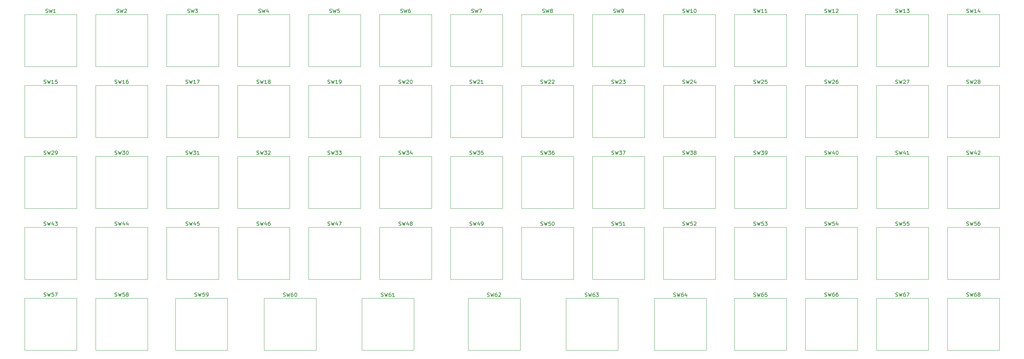
<source format=gbr>
G04 #@! TF.GenerationSoftware,KiCad,Pcbnew,5.0.2-bee76a0~70~ubuntu18.04.1*
G04 #@! TF.CreationDate,2019-02-20T11:48:03+01:00*
G04 #@! TF.ProjectId,kai1,6b616931-2e6b-4696-9361-645f70636258,A*
G04 #@! TF.SameCoordinates,Original*
G04 #@! TF.FileFunction,Legend,Top*
G04 #@! TF.FilePolarity,Positive*
%FSLAX46Y46*%
G04 Gerber Fmt 4.6, Leading zero omitted, Abs format (unit mm)*
G04 Created by KiCad (PCBNEW 5.0.2-bee76a0~70~ubuntu18.04.1) date Mi 20 Feb 2019 11:48:03 CET*
%MOMM*%
%LPD*%
G01*
G04 APERTURE LIST*
%ADD10C,0.120000*%
%ADD11C,0.150000*%
G04 APERTURE END LIST*
D10*
G04 #@! TO.C,SW59*
X116175000Y-174395000D02*
X116175000Y-160425000D01*
X130145000Y-174395000D02*
X116175000Y-174395000D01*
X130145000Y-160425000D02*
X130145000Y-174395000D01*
X116175000Y-160425000D02*
X130145000Y-160425000D01*
G04 #@! TO.C,SW60*
X139925000Y-160475000D02*
X153895000Y-160475000D01*
X153895000Y-160475000D02*
X153895000Y-174445000D01*
X153895000Y-174445000D02*
X139925000Y-174445000D01*
X139925000Y-174445000D02*
X139925000Y-160475000D01*
G04 #@! TO.C,SW63*
X220925000Y-174445000D02*
X220925000Y-160475000D01*
X234895000Y-174445000D02*
X220925000Y-174445000D01*
X234895000Y-160475000D02*
X234895000Y-174445000D01*
X220925000Y-160475000D02*
X234895000Y-160475000D01*
G04 #@! TO.C,SW64*
X244675000Y-160475000D02*
X258645000Y-160475000D01*
X258645000Y-160475000D02*
X258645000Y-174445000D01*
X258645000Y-174445000D02*
X244675000Y-174445000D01*
X244675000Y-174445000D02*
X244675000Y-160475000D01*
G04 #@! TO.C,SW62*
X194675000Y-174445000D02*
X194675000Y-160475000D01*
X208645000Y-174445000D02*
X194675000Y-174445000D01*
X208645000Y-160475000D02*
X208645000Y-174445000D01*
X194675000Y-160475000D02*
X208645000Y-160475000D01*
G04 #@! TO.C,SW61*
X166175000Y-160475000D02*
X180145000Y-160475000D01*
X180145000Y-160475000D02*
X180145000Y-174445000D01*
X180145000Y-174445000D02*
X166175000Y-174445000D01*
X166175000Y-174445000D02*
X166175000Y-160475000D01*
G04 #@! TO.C,SW67*
X304275000Y-174395000D02*
X304275000Y-160425000D01*
X318245000Y-174395000D02*
X304275000Y-174395000D01*
X318245000Y-160425000D02*
X318245000Y-174395000D01*
X304275000Y-160425000D02*
X318245000Y-160425000D01*
G04 #@! TO.C,SW66*
X285225000Y-160425000D02*
X299195000Y-160425000D01*
X299195000Y-160425000D02*
X299195000Y-174395000D01*
X299195000Y-174395000D02*
X285225000Y-174395000D01*
X285225000Y-174395000D02*
X285225000Y-160425000D01*
G04 #@! TO.C,SW65*
X266175000Y-174445000D02*
X266175000Y-160475000D01*
X280145000Y-174445000D02*
X266175000Y-174445000D01*
X280145000Y-160475000D02*
X280145000Y-174445000D01*
X266175000Y-160475000D02*
X280145000Y-160475000D01*
G04 #@! TO.C,SW52*
X247125000Y-155345000D02*
X247125000Y-141375000D01*
X261095000Y-155345000D02*
X247125000Y-155345000D01*
X261095000Y-141375000D02*
X261095000Y-155345000D01*
X247125000Y-141375000D02*
X261095000Y-141375000D01*
G04 #@! TO.C,SW68*
X323325000Y-174395000D02*
X323325000Y-160425000D01*
X337295000Y-174395000D02*
X323325000Y-174395000D01*
X337295000Y-160425000D02*
X337295000Y-174395000D01*
X323325000Y-160425000D02*
X337295000Y-160425000D01*
G04 #@! TO.C,SW58*
X94725000Y-160425000D02*
X108695000Y-160425000D01*
X108695000Y-160425000D02*
X108695000Y-174395000D01*
X108695000Y-174395000D02*
X94725000Y-174395000D01*
X94725000Y-174395000D02*
X94725000Y-160425000D01*
G04 #@! TO.C,SW57*
X75675000Y-174395000D02*
X75675000Y-160425000D01*
X89645000Y-174395000D02*
X75675000Y-174395000D01*
X89645000Y-160425000D02*
X89645000Y-174395000D01*
X75675000Y-160425000D02*
X89645000Y-160425000D01*
G04 #@! TO.C,SW56*
X323325000Y-141375000D02*
X337295000Y-141375000D01*
X337295000Y-141375000D02*
X337295000Y-155345000D01*
X337295000Y-155345000D02*
X323325000Y-155345000D01*
X323325000Y-155345000D02*
X323325000Y-141375000D01*
G04 #@! TO.C,SW55*
X304275000Y-155345000D02*
X304275000Y-141375000D01*
X318245000Y-155345000D02*
X304275000Y-155345000D01*
X318245000Y-141375000D02*
X318245000Y-155345000D01*
X304275000Y-141375000D02*
X318245000Y-141375000D01*
G04 #@! TO.C,SW54*
X285225000Y-141375000D02*
X299195000Y-141375000D01*
X299195000Y-141375000D02*
X299195000Y-155345000D01*
X299195000Y-155345000D02*
X285225000Y-155345000D01*
X285225000Y-155345000D02*
X285225000Y-141375000D01*
G04 #@! TO.C,SW53*
X266175000Y-155345000D02*
X266175000Y-141375000D01*
X280145000Y-155345000D02*
X266175000Y-155345000D01*
X280145000Y-141375000D02*
X280145000Y-155345000D01*
X266175000Y-141375000D02*
X280145000Y-141375000D01*
G04 #@! TO.C,SW42*
X323325000Y-136295000D02*
X323325000Y-122325000D01*
X337295000Y-136295000D02*
X323325000Y-136295000D01*
X337295000Y-122325000D02*
X337295000Y-136295000D01*
X323325000Y-122325000D02*
X337295000Y-122325000D01*
G04 #@! TO.C,SW50*
X209025000Y-141375000D02*
X222995000Y-141375000D01*
X222995000Y-141375000D02*
X222995000Y-155345000D01*
X222995000Y-155345000D02*
X209025000Y-155345000D01*
X209025000Y-155345000D02*
X209025000Y-141375000D01*
G04 #@! TO.C,SW49*
X189975000Y-155345000D02*
X189975000Y-141375000D01*
X203945000Y-155345000D02*
X189975000Y-155345000D01*
X203945000Y-141375000D02*
X203945000Y-155345000D01*
X189975000Y-141375000D02*
X203945000Y-141375000D01*
G04 #@! TO.C,SW48*
X170925000Y-141375000D02*
X184895000Y-141375000D01*
X184895000Y-141375000D02*
X184895000Y-155345000D01*
X184895000Y-155345000D02*
X170925000Y-155345000D01*
X170925000Y-155345000D02*
X170925000Y-141375000D01*
G04 #@! TO.C,SW47*
X151875000Y-155345000D02*
X151875000Y-141375000D01*
X165845000Y-155345000D02*
X151875000Y-155345000D01*
X165845000Y-141375000D02*
X165845000Y-155345000D01*
X151875000Y-141375000D02*
X165845000Y-141375000D01*
G04 #@! TO.C,SW46*
X132825000Y-141375000D02*
X146795000Y-141375000D01*
X146795000Y-141375000D02*
X146795000Y-155345000D01*
X146795000Y-155345000D02*
X132825000Y-155345000D01*
X132825000Y-155345000D02*
X132825000Y-141375000D01*
G04 #@! TO.C,SW45*
X113775000Y-155345000D02*
X113775000Y-141375000D01*
X127745000Y-155345000D02*
X113775000Y-155345000D01*
X127745000Y-141375000D02*
X127745000Y-155345000D01*
X113775000Y-141375000D02*
X127745000Y-141375000D01*
G04 #@! TO.C,SW35*
X189975000Y-122325000D02*
X203945000Y-122325000D01*
X203945000Y-122325000D02*
X203945000Y-136295000D01*
X203945000Y-136295000D02*
X189975000Y-136295000D01*
X189975000Y-136295000D02*
X189975000Y-122325000D01*
G04 #@! TO.C,SW43*
X75675000Y-155345000D02*
X75675000Y-141375000D01*
X89645000Y-155345000D02*
X75675000Y-155345000D01*
X89645000Y-141375000D02*
X89645000Y-155345000D01*
X75675000Y-141375000D02*
X89645000Y-141375000D01*
G04 #@! TO.C,SW51*
X228075000Y-141375000D02*
X242045000Y-141375000D01*
X242045000Y-141375000D02*
X242045000Y-155345000D01*
X242045000Y-155345000D02*
X228075000Y-155345000D01*
X228075000Y-155345000D02*
X228075000Y-141375000D01*
G04 #@! TO.C,SW41*
X304275000Y-136295000D02*
X304275000Y-122325000D01*
X318245000Y-136295000D02*
X304275000Y-136295000D01*
X318245000Y-122325000D02*
X318245000Y-136295000D01*
X304275000Y-122325000D02*
X318245000Y-122325000D01*
G04 #@! TO.C,SW40*
X285225000Y-122325000D02*
X299195000Y-122325000D01*
X299195000Y-122325000D02*
X299195000Y-136295000D01*
X299195000Y-136295000D02*
X285225000Y-136295000D01*
X285225000Y-136295000D02*
X285225000Y-122325000D01*
G04 #@! TO.C,SW39*
X266175000Y-136295000D02*
X266175000Y-122325000D01*
X280145000Y-136295000D02*
X266175000Y-136295000D01*
X280145000Y-122325000D02*
X280145000Y-136295000D01*
X266175000Y-122325000D02*
X280145000Y-122325000D01*
G04 #@! TO.C,SW38*
X247125000Y-122325000D02*
X261095000Y-122325000D01*
X261095000Y-122325000D02*
X261095000Y-136295000D01*
X261095000Y-136295000D02*
X247125000Y-136295000D01*
X247125000Y-136295000D02*
X247125000Y-122325000D01*
G04 #@! TO.C,SW37*
X228075000Y-136295000D02*
X228075000Y-122325000D01*
X242045000Y-136295000D02*
X228075000Y-136295000D01*
X242045000Y-122325000D02*
X242045000Y-136295000D01*
X228075000Y-122325000D02*
X242045000Y-122325000D01*
G04 #@! TO.C,SW36*
X209025000Y-122325000D02*
X222995000Y-122325000D01*
X222995000Y-122325000D02*
X222995000Y-136295000D01*
X222995000Y-136295000D02*
X209025000Y-136295000D01*
X209025000Y-136295000D02*
X209025000Y-122325000D01*
G04 #@! TO.C,SW44*
X94725000Y-155345000D02*
X94725000Y-141375000D01*
X108695000Y-155345000D02*
X94725000Y-155345000D01*
X108695000Y-141375000D02*
X108695000Y-155345000D01*
X94725000Y-141375000D02*
X108695000Y-141375000D01*
G04 #@! TO.C,SW33*
X151875000Y-122325000D02*
X165845000Y-122325000D01*
X165845000Y-122325000D02*
X165845000Y-136295000D01*
X165845000Y-136295000D02*
X151875000Y-136295000D01*
X151875000Y-136295000D02*
X151875000Y-122325000D01*
G04 #@! TO.C,SW32*
X132825000Y-136295000D02*
X132825000Y-122325000D01*
X146795000Y-136295000D02*
X132825000Y-136295000D01*
X146795000Y-122325000D02*
X146795000Y-136295000D01*
X132825000Y-122325000D02*
X146795000Y-122325000D01*
G04 #@! TO.C,SW31*
X113775000Y-122325000D02*
X127745000Y-122325000D01*
X127745000Y-122325000D02*
X127745000Y-136295000D01*
X127745000Y-136295000D02*
X113775000Y-136295000D01*
X113775000Y-136295000D02*
X113775000Y-122325000D01*
G04 #@! TO.C,SW30*
X94725000Y-136295000D02*
X94725000Y-122325000D01*
X108695000Y-136295000D02*
X94725000Y-136295000D01*
X108695000Y-122325000D02*
X108695000Y-136295000D01*
X94725000Y-122325000D02*
X108695000Y-122325000D01*
G04 #@! TO.C,SW29*
X75675000Y-122325000D02*
X89645000Y-122325000D01*
X89645000Y-122325000D02*
X89645000Y-136295000D01*
X89645000Y-136295000D02*
X75675000Y-136295000D01*
X75675000Y-136295000D02*
X75675000Y-122325000D01*
G04 #@! TO.C,SW28*
X323325000Y-117245000D02*
X323325000Y-103275000D01*
X337295000Y-117245000D02*
X323325000Y-117245000D01*
X337295000Y-103275000D02*
X337295000Y-117245000D01*
X323325000Y-103275000D02*
X337295000Y-103275000D01*
G04 #@! TO.C,SW27*
X304275000Y-103275000D02*
X318245000Y-103275000D01*
X318245000Y-103275000D02*
X318245000Y-117245000D01*
X318245000Y-117245000D02*
X304275000Y-117245000D01*
X304275000Y-117245000D02*
X304275000Y-103275000D01*
G04 #@! TO.C,SW25*
X266175000Y-117245000D02*
X266175000Y-103275000D01*
X280145000Y-117245000D02*
X266175000Y-117245000D01*
X280145000Y-103275000D02*
X280145000Y-117245000D01*
X266175000Y-103275000D02*
X280145000Y-103275000D01*
G04 #@! TO.C,SW34*
X170925000Y-122325000D02*
X184895000Y-122325000D01*
X184895000Y-122325000D02*
X184895000Y-136295000D01*
X184895000Y-136295000D02*
X170925000Y-136295000D01*
X170925000Y-136295000D02*
X170925000Y-122325000D01*
G04 #@! TO.C,SW24*
X247125000Y-117245000D02*
X247125000Y-103275000D01*
X261095000Y-117245000D02*
X247125000Y-117245000D01*
X261095000Y-103275000D02*
X261095000Y-117245000D01*
X247125000Y-103275000D02*
X261095000Y-103275000D01*
G04 #@! TO.C,SW23*
X228075000Y-103275000D02*
X242045000Y-103275000D01*
X242045000Y-103275000D02*
X242045000Y-117245000D01*
X242045000Y-117245000D02*
X228075000Y-117245000D01*
X228075000Y-117245000D02*
X228075000Y-103275000D01*
G04 #@! TO.C,SW22*
X209025000Y-117245000D02*
X209025000Y-103275000D01*
X222995000Y-117245000D02*
X209025000Y-117245000D01*
X222995000Y-103275000D02*
X222995000Y-117245000D01*
X209025000Y-103275000D02*
X222995000Y-103275000D01*
G04 #@! TO.C,SW21*
X189975000Y-103275000D02*
X203945000Y-103275000D01*
X203945000Y-103275000D02*
X203945000Y-117245000D01*
X203945000Y-117245000D02*
X189975000Y-117245000D01*
X189975000Y-117245000D02*
X189975000Y-103275000D01*
G04 #@! TO.C,SW20*
X170925000Y-117245000D02*
X170925000Y-103275000D01*
X184895000Y-117245000D02*
X170925000Y-117245000D01*
X184895000Y-103275000D02*
X184895000Y-117245000D01*
X170925000Y-103275000D02*
X184895000Y-103275000D01*
G04 #@! TO.C,SW19*
X151875000Y-103275000D02*
X165845000Y-103275000D01*
X165845000Y-103275000D02*
X165845000Y-117245000D01*
X165845000Y-117245000D02*
X151875000Y-117245000D01*
X151875000Y-117245000D02*
X151875000Y-103275000D01*
G04 #@! TO.C,SW18*
X132825000Y-117245000D02*
X132825000Y-103275000D01*
X146795000Y-117245000D02*
X132825000Y-117245000D01*
X146795000Y-103275000D02*
X146795000Y-117245000D01*
X132825000Y-103275000D02*
X146795000Y-103275000D01*
G04 #@! TO.C,SW26*
X285225000Y-103275000D02*
X299195000Y-103275000D01*
X299195000Y-103275000D02*
X299195000Y-117245000D01*
X299195000Y-117245000D02*
X285225000Y-117245000D01*
X285225000Y-117245000D02*
X285225000Y-103275000D01*
G04 #@! TO.C,SW8*
X209025000Y-98195000D02*
X209025000Y-84225000D01*
X222995000Y-98195000D02*
X209025000Y-98195000D01*
X222995000Y-84225000D02*
X222995000Y-98195000D01*
X209025000Y-84225000D02*
X222995000Y-84225000D01*
G04 #@! TO.C,SW16*
X94725000Y-103275000D02*
X108695000Y-103275000D01*
X108695000Y-103275000D02*
X108695000Y-117245000D01*
X108695000Y-117245000D02*
X94725000Y-117245000D01*
X94725000Y-117245000D02*
X94725000Y-103275000D01*
G04 #@! TO.C,SW15*
X75675000Y-117245000D02*
X75675000Y-103275000D01*
X89645000Y-117245000D02*
X75675000Y-117245000D01*
X89645000Y-103275000D02*
X89645000Y-117245000D01*
X75675000Y-103275000D02*
X89645000Y-103275000D01*
G04 #@! TO.C,SW14*
X323325000Y-84225000D02*
X337295000Y-84225000D01*
X337295000Y-84225000D02*
X337295000Y-98195000D01*
X337295000Y-98195000D02*
X323325000Y-98195000D01*
X323325000Y-98195000D02*
X323325000Y-84225000D01*
G04 #@! TO.C,SW13*
X304275000Y-98195000D02*
X304275000Y-84225000D01*
X318245000Y-98195000D02*
X304275000Y-98195000D01*
X318245000Y-84225000D02*
X318245000Y-98195000D01*
X304275000Y-84225000D02*
X318245000Y-84225000D01*
G04 #@! TO.C,SW12*
X285225000Y-84225000D02*
X299195000Y-84225000D01*
X299195000Y-84225000D02*
X299195000Y-98195000D01*
X299195000Y-98195000D02*
X285225000Y-98195000D01*
X285225000Y-98195000D02*
X285225000Y-84225000D01*
G04 #@! TO.C,SW11*
X266175000Y-98195000D02*
X266175000Y-84225000D01*
X280145000Y-98195000D02*
X266175000Y-98195000D01*
X280145000Y-84225000D02*
X280145000Y-98195000D01*
X266175000Y-84225000D02*
X280145000Y-84225000D01*
G04 #@! TO.C,SW10*
X247125000Y-84225000D02*
X261095000Y-84225000D01*
X261095000Y-84225000D02*
X261095000Y-98195000D01*
X261095000Y-98195000D02*
X247125000Y-98195000D01*
X247125000Y-98195000D02*
X247125000Y-84225000D01*
G04 #@! TO.C,SW9*
X228075000Y-98195000D02*
X228075000Y-84225000D01*
X242045000Y-98195000D02*
X228075000Y-98195000D01*
X242045000Y-84225000D02*
X242045000Y-98195000D01*
X228075000Y-84225000D02*
X242045000Y-84225000D01*
G04 #@! TO.C,SW17*
X113775000Y-103275000D02*
X127745000Y-103275000D01*
X127745000Y-103275000D02*
X127745000Y-117245000D01*
X127745000Y-117245000D02*
X113775000Y-117245000D01*
X113775000Y-117245000D02*
X113775000Y-103275000D01*
G04 #@! TO.C,SW7*
X189975000Y-98195000D02*
X189975000Y-84225000D01*
X203945000Y-98195000D02*
X189975000Y-98195000D01*
X203945000Y-84225000D02*
X203945000Y-98195000D01*
X189975000Y-84225000D02*
X203945000Y-84225000D01*
G04 #@! TO.C,SW6*
X170925000Y-84225000D02*
X184895000Y-84225000D01*
X184895000Y-84225000D02*
X184895000Y-98195000D01*
X184895000Y-98195000D02*
X170925000Y-98195000D01*
X170925000Y-98195000D02*
X170925000Y-84225000D01*
G04 #@! TO.C,SW5*
X151875000Y-98195000D02*
X151875000Y-84225000D01*
X165845000Y-98195000D02*
X151875000Y-98195000D01*
X165845000Y-84225000D02*
X165845000Y-98195000D01*
X151875000Y-84225000D02*
X165845000Y-84225000D01*
G04 #@! TO.C,SW4*
X132825000Y-84225000D02*
X146795000Y-84225000D01*
X146795000Y-84225000D02*
X146795000Y-98195000D01*
X146795000Y-98195000D02*
X132825000Y-98195000D01*
X132825000Y-98195000D02*
X132825000Y-84225000D01*
G04 #@! TO.C,SW3*
X113775000Y-98195000D02*
X113775000Y-84225000D01*
X127745000Y-98195000D02*
X113775000Y-98195000D01*
X127745000Y-84225000D02*
X127745000Y-98195000D01*
X113775000Y-84225000D02*
X127745000Y-84225000D01*
G04 #@! TO.C,SW2*
X94725000Y-84225000D02*
X108695000Y-84225000D01*
X108695000Y-84225000D02*
X108695000Y-98195000D01*
X108695000Y-98195000D02*
X94725000Y-98195000D01*
X94725000Y-98195000D02*
X94725000Y-84225000D01*
G04 #@! TO.C,SW1*
X75675000Y-84225000D02*
X89645000Y-84225000D01*
X89645000Y-84225000D02*
X89645000Y-98195000D01*
X89645000Y-98195000D02*
X75675000Y-98195000D01*
X75675000Y-98195000D02*
X75675000Y-84225000D01*
G04 #@! TO.C,SW59*
D11*
X121350476Y-159940761D02*
X121493333Y-159988380D01*
X121731428Y-159988380D01*
X121826666Y-159940761D01*
X121874285Y-159893142D01*
X121921904Y-159797904D01*
X121921904Y-159702666D01*
X121874285Y-159607428D01*
X121826666Y-159559809D01*
X121731428Y-159512190D01*
X121540952Y-159464571D01*
X121445714Y-159416952D01*
X121398095Y-159369333D01*
X121350476Y-159274095D01*
X121350476Y-159178857D01*
X121398095Y-159083619D01*
X121445714Y-159036000D01*
X121540952Y-158988380D01*
X121779047Y-158988380D01*
X121921904Y-159036000D01*
X122255238Y-158988380D02*
X122493333Y-159988380D01*
X122683809Y-159274095D01*
X122874285Y-159988380D01*
X123112380Y-158988380D01*
X123969523Y-158988380D02*
X123493333Y-158988380D01*
X123445714Y-159464571D01*
X123493333Y-159416952D01*
X123588571Y-159369333D01*
X123826666Y-159369333D01*
X123921904Y-159416952D01*
X123969523Y-159464571D01*
X124017142Y-159559809D01*
X124017142Y-159797904D01*
X123969523Y-159893142D01*
X123921904Y-159940761D01*
X123826666Y-159988380D01*
X123588571Y-159988380D01*
X123493333Y-159940761D01*
X123445714Y-159893142D01*
X124493333Y-159988380D02*
X124683809Y-159988380D01*
X124779047Y-159940761D01*
X124826666Y-159893142D01*
X124921904Y-159750285D01*
X124969523Y-159559809D01*
X124969523Y-159178857D01*
X124921904Y-159083619D01*
X124874285Y-159036000D01*
X124779047Y-158988380D01*
X124588571Y-158988380D01*
X124493333Y-159036000D01*
X124445714Y-159083619D01*
X124398095Y-159178857D01*
X124398095Y-159416952D01*
X124445714Y-159512190D01*
X124493333Y-159559809D01*
X124588571Y-159607428D01*
X124779047Y-159607428D01*
X124874285Y-159559809D01*
X124921904Y-159512190D01*
X124969523Y-159416952D01*
G04 #@! TO.C,SW60*
X145100476Y-159990761D02*
X145243333Y-160038380D01*
X145481428Y-160038380D01*
X145576666Y-159990761D01*
X145624285Y-159943142D01*
X145671904Y-159847904D01*
X145671904Y-159752666D01*
X145624285Y-159657428D01*
X145576666Y-159609809D01*
X145481428Y-159562190D01*
X145290952Y-159514571D01*
X145195714Y-159466952D01*
X145148095Y-159419333D01*
X145100476Y-159324095D01*
X145100476Y-159228857D01*
X145148095Y-159133619D01*
X145195714Y-159086000D01*
X145290952Y-159038380D01*
X145529047Y-159038380D01*
X145671904Y-159086000D01*
X146005238Y-159038380D02*
X146243333Y-160038380D01*
X146433809Y-159324095D01*
X146624285Y-160038380D01*
X146862380Y-159038380D01*
X147671904Y-159038380D02*
X147481428Y-159038380D01*
X147386190Y-159086000D01*
X147338571Y-159133619D01*
X147243333Y-159276476D01*
X147195714Y-159466952D01*
X147195714Y-159847904D01*
X147243333Y-159943142D01*
X147290952Y-159990761D01*
X147386190Y-160038380D01*
X147576666Y-160038380D01*
X147671904Y-159990761D01*
X147719523Y-159943142D01*
X147767142Y-159847904D01*
X147767142Y-159609809D01*
X147719523Y-159514571D01*
X147671904Y-159466952D01*
X147576666Y-159419333D01*
X147386190Y-159419333D01*
X147290952Y-159466952D01*
X147243333Y-159514571D01*
X147195714Y-159609809D01*
X148386190Y-159038380D02*
X148481428Y-159038380D01*
X148576666Y-159086000D01*
X148624285Y-159133619D01*
X148671904Y-159228857D01*
X148719523Y-159419333D01*
X148719523Y-159657428D01*
X148671904Y-159847904D01*
X148624285Y-159943142D01*
X148576666Y-159990761D01*
X148481428Y-160038380D01*
X148386190Y-160038380D01*
X148290952Y-159990761D01*
X148243333Y-159943142D01*
X148195714Y-159847904D01*
X148148095Y-159657428D01*
X148148095Y-159419333D01*
X148195714Y-159228857D01*
X148243333Y-159133619D01*
X148290952Y-159086000D01*
X148386190Y-159038380D01*
G04 #@! TO.C,SW63*
X226100476Y-159990761D02*
X226243333Y-160038380D01*
X226481428Y-160038380D01*
X226576666Y-159990761D01*
X226624285Y-159943142D01*
X226671904Y-159847904D01*
X226671904Y-159752666D01*
X226624285Y-159657428D01*
X226576666Y-159609809D01*
X226481428Y-159562190D01*
X226290952Y-159514571D01*
X226195714Y-159466952D01*
X226148095Y-159419333D01*
X226100476Y-159324095D01*
X226100476Y-159228857D01*
X226148095Y-159133619D01*
X226195714Y-159086000D01*
X226290952Y-159038380D01*
X226529047Y-159038380D01*
X226671904Y-159086000D01*
X227005238Y-159038380D02*
X227243333Y-160038380D01*
X227433809Y-159324095D01*
X227624285Y-160038380D01*
X227862380Y-159038380D01*
X228671904Y-159038380D02*
X228481428Y-159038380D01*
X228386190Y-159086000D01*
X228338571Y-159133619D01*
X228243333Y-159276476D01*
X228195714Y-159466952D01*
X228195714Y-159847904D01*
X228243333Y-159943142D01*
X228290952Y-159990761D01*
X228386190Y-160038380D01*
X228576666Y-160038380D01*
X228671904Y-159990761D01*
X228719523Y-159943142D01*
X228767142Y-159847904D01*
X228767142Y-159609809D01*
X228719523Y-159514571D01*
X228671904Y-159466952D01*
X228576666Y-159419333D01*
X228386190Y-159419333D01*
X228290952Y-159466952D01*
X228243333Y-159514571D01*
X228195714Y-159609809D01*
X229100476Y-159038380D02*
X229719523Y-159038380D01*
X229386190Y-159419333D01*
X229529047Y-159419333D01*
X229624285Y-159466952D01*
X229671904Y-159514571D01*
X229719523Y-159609809D01*
X229719523Y-159847904D01*
X229671904Y-159943142D01*
X229624285Y-159990761D01*
X229529047Y-160038380D01*
X229243333Y-160038380D01*
X229148095Y-159990761D01*
X229100476Y-159943142D01*
G04 #@! TO.C,SW64*
X249850476Y-159990761D02*
X249993333Y-160038380D01*
X250231428Y-160038380D01*
X250326666Y-159990761D01*
X250374285Y-159943142D01*
X250421904Y-159847904D01*
X250421904Y-159752666D01*
X250374285Y-159657428D01*
X250326666Y-159609809D01*
X250231428Y-159562190D01*
X250040952Y-159514571D01*
X249945714Y-159466952D01*
X249898095Y-159419333D01*
X249850476Y-159324095D01*
X249850476Y-159228857D01*
X249898095Y-159133619D01*
X249945714Y-159086000D01*
X250040952Y-159038380D01*
X250279047Y-159038380D01*
X250421904Y-159086000D01*
X250755238Y-159038380D02*
X250993333Y-160038380D01*
X251183809Y-159324095D01*
X251374285Y-160038380D01*
X251612380Y-159038380D01*
X252421904Y-159038380D02*
X252231428Y-159038380D01*
X252136190Y-159086000D01*
X252088571Y-159133619D01*
X251993333Y-159276476D01*
X251945714Y-159466952D01*
X251945714Y-159847904D01*
X251993333Y-159943142D01*
X252040952Y-159990761D01*
X252136190Y-160038380D01*
X252326666Y-160038380D01*
X252421904Y-159990761D01*
X252469523Y-159943142D01*
X252517142Y-159847904D01*
X252517142Y-159609809D01*
X252469523Y-159514571D01*
X252421904Y-159466952D01*
X252326666Y-159419333D01*
X252136190Y-159419333D01*
X252040952Y-159466952D01*
X251993333Y-159514571D01*
X251945714Y-159609809D01*
X253374285Y-159371714D02*
X253374285Y-160038380D01*
X253136190Y-158990761D02*
X252898095Y-159705047D01*
X253517142Y-159705047D01*
G04 #@! TO.C,SW62*
X199850476Y-159990761D02*
X199993333Y-160038380D01*
X200231428Y-160038380D01*
X200326666Y-159990761D01*
X200374285Y-159943142D01*
X200421904Y-159847904D01*
X200421904Y-159752666D01*
X200374285Y-159657428D01*
X200326666Y-159609809D01*
X200231428Y-159562190D01*
X200040952Y-159514571D01*
X199945714Y-159466952D01*
X199898095Y-159419333D01*
X199850476Y-159324095D01*
X199850476Y-159228857D01*
X199898095Y-159133619D01*
X199945714Y-159086000D01*
X200040952Y-159038380D01*
X200279047Y-159038380D01*
X200421904Y-159086000D01*
X200755238Y-159038380D02*
X200993333Y-160038380D01*
X201183809Y-159324095D01*
X201374285Y-160038380D01*
X201612380Y-159038380D01*
X202421904Y-159038380D02*
X202231428Y-159038380D01*
X202136190Y-159086000D01*
X202088571Y-159133619D01*
X201993333Y-159276476D01*
X201945714Y-159466952D01*
X201945714Y-159847904D01*
X201993333Y-159943142D01*
X202040952Y-159990761D01*
X202136190Y-160038380D01*
X202326666Y-160038380D01*
X202421904Y-159990761D01*
X202469523Y-159943142D01*
X202517142Y-159847904D01*
X202517142Y-159609809D01*
X202469523Y-159514571D01*
X202421904Y-159466952D01*
X202326666Y-159419333D01*
X202136190Y-159419333D01*
X202040952Y-159466952D01*
X201993333Y-159514571D01*
X201945714Y-159609809D01*
X202898095Y-159133619D02*
X202945714Y-159086000D01*
X203040952Y-159038380D01*
X203279047Y-159038380D01*
X203374285Y-159086000D01*
X203421904Y-159133619D01*
X203469523Y-159228857D01*
X203469523Y-159324095D01*
X203421904Y-159466952D01*
X202850476Y-160038380D01*
X203469523Y-160038380D01*
G04 #@! TO.C,SW61*
X171350476Y-159990761D02*
X171493333Y-160038380D01*
X171731428Y-160038380D01*
X171826666Y-159990761D01*
X171874285Y-159943142D01*
X171921904Y-159847904D01*
X171921904Y-159752666D01*
X171874285Y-159657428D01*
X171826666Y-159609809D01*
X171731428Y-159562190D01*
X171540952Y-159514571D01*
X171445714Y-159466952D01*
X171398095Y-159419333D01*
X171350476Y-159324095D01*
X171350476Y-159228857D01*
X171398095Y-159133619D01*
X171445714Y-159086000D01*
X171540952Y-159038380D01*
X171779047Y-159038380D01*
X171921904Y-159086000D01*
X172255238Y-159038380D02*
X172493333Y-160038380D01*
X172683809Y-159324095D01*
X172874285Y-160038380D01*
X173112380Y-159038380D01*
X173921904Y-159038380D02*
X173731428Y-159038380D01*
X173636190Y-159086000D01*
X173588571Y-159133619D01*
X173493333Y-159276476D01*
X173445714Y-159466952D01*
X173445714Y-159847904D01*
X173493333Y-159943142D01*
X173540952Y-159990761D01*
X173636190Y-160038380D01*
X173826666Y-160038380D01*
X173921904Y-159990761D01*
X173969523Y-159943142D01*
X174017142Y-159847904D01*
X174017142Y-159609809D01*
X173969523Y-159514571D01*
X173921904Y-159466952D01*
X173826666Y-159419333D01*
X173636190Y-159419333D01*
X173540952Y-159466952D01*
X173493333Y-159514571D01*
X173445714Y-159609809D01*
X174969523Y-160038380D02*
X174398095Y-160038380D01*
X174683809Y-160038380D02*
X174683809Y-159038380D01*
X174588571Y-159181238D01*
X174493333Y-159276476D01*
X174398095Y-159324095D01*
G04 #@! TO.C,SW67*
X309450476Y-159940761D02*
X309593333Y-159988380D01*
X309831428Y-159988380D01*
X309926666Y-159940761D01*
X309974285Y-159893142D01*
X310021904Y-159797904D01*
X310021904Y-159702666D01*
X309974285Y-159607428D01*
X309926666Y-159559809D01*
X309831428Y-159512190D01*
X309640952Y-159464571D01*
X309545714Y-159416952D01*
X309498095Y-159369333D01*
X309450476Y-159274095D01*
X309450476Y-159178857D01*
X309498095Y-159083619D01*
X309545714Y-159036000D01*
X309640952Y-158988380D01*
X309879047Y-158988380D01*
X310021904Y-159036000D01*
X310355238Y-158988380D02*
X310593333Y-159988380D01*
X310783809Y-159274095D01*
X310974285Y-159988380D01*
X311212380Y-158988380D01*
X312021904Y-158988380D02*
X311831428Y-158988380D01*
X311736190Y-159036000D01*
X311688571Y-159083619D01*
X311593333Y-159226476D01*
X311545714Y-159416952D01*
X311545714Y-159797904D01*
X311593333Y-159893142D01*
X311640952Y-159940761D01*
X311736190Y-159988380D01*
X311926666Y-159988380D01*
X312021904Y-159940761D01*
X312069523Y-159893142D01*
X312117142Y-159797904D01*
X312117142Y-159559809D01*
X312069523Y-159464571D01*
X312021904Y-159416952D01*
X311926666Y-159369333D01*
X311736190Y-159369333D01*
X311640952Y-159416952D01*
X311593333Y-159464571D01*
X311545714Y-159559809D01*
X312450476Y-158988380D02*
X313117142Y-158988380D01*
X312688571Y-159988380D01*
G04 #@! TO.C,SW66*
X290400476Y-159940761D02*
X290543333Y-159988380D01*
X290781428Y-159988380D01*
X290876666Y-159940761D01*
X290924285Y-159893142D01*
X290971904Y-159797904D01*
X290971904Y-159702666D01*
X290924285Y-159607428D01*
X290876666Y-159559809D01*
X290781428Y-159512190D01*
X290590952Y-159464571D01*
X290495714Y-159416952D01*
X290448095Y-159369333D01*
X290400476Y-159274095D01*
X290400476Y-159178857D01*
X290448095Y-159083619D01*
X290495714Y-159036000D01*
X290590952Y-158988380D01*
X290829047Y-158988380D01*
X290971904Y-159036000D01*
X291305238Y-158988380D02*
X291543333Y-159988380D01*
X291733809Y-159274095D01*
X291924285Y-159988380D01*
X292162380Y-158988380D01*
X292971904Y-158988380D02*
X292781428Y-158988380D01*
X292686190Y-159036000D01*
X292638571Y-159083619D01*
X292543333Y-159226476D01*
X292495714Y-159416952D01*
X292495714Y-159797904D01*
X292543333Y-159893142D01*
X292590952Y-159940761D01*
X292686190Y-159988380D01*
X292876666Y-159988380D01*
X292971904Y-159940761D01*
X293019523Y-159893142D01*
X293067142Y-159797904D01*
X293067142Y-159559809D01*
X293019523Y-159464571D01*
X292971904Y-159416952D01*
X292876666Y-159369333D01*
X292686190Y-159369333D01*
X292590952Y-159416952D01*
X292543333Y-159464571D01*
X292495714Y-159559809D01*
X293924285Y-158988380D02*
X293733809Y-158988380D01*
X293638571Y-159036000D01*
X293590952Y-159083619D01*
X293495714Y-159226476D01*
X293448095Y-159416952D01*
X293448095Y-159797904D01*
X293495714Y-159893142D01*
X293543333Y-159940761D01*
X293638571Y-159988380D01*
X293829047Y-159988380D01*
X293924285Y-159940761D01*
X293971904Y-159893142D01*
X294019523Y-159797904D01*
X294019523Y-159559809D01*
X293971904Y-159464571D01*
X293924285Y-159416952D01*
X293829047Y-159369333D01*
X293638571Y-159369333D01*
X293543333Y-159416952D01*
X293495714Y-159464571D01*
X293448095Y-159559809D01*
G04 #@! TO.C,SW65*
X271350476Y-159990761D02*
X271493333Y-160038380D01*
X271731428Y-160038380D01*
X271826666Y-159990761D01*
X271874285Y-159943142D01*
X271921904Y-159847904D01*
X271921904Y-159752666D01*
X271874285Y-159657428D01*
X271826666Y-159609809D01*
X271731428Y-159562190D01*
X271540952Y-159514571D01*
X271445714Y-159466952D01*
X271398095Y-159419333D01*
X271350476Y-159324095D01*
X271350476Y-159228857D01*
X271398095Y-159133619D01*
X271445714Y-159086000D01*
X271540952Y-159038380D01*
X271779047Y-159038380D01*
X271921904Y-159086000D01*
X272255238Y-159038380D02*
X272493333Y-160038380D01*
X272683809Y-159324095D01*
X272874285Y-160038380D01*
X273112380Y-159038380D01*
X273921904Y-159038380D02*
X273731428Y-159038380D01*
X273636190Y-159086000D01*
X273588571Y-159133619D01*
X273493333Y-159276476D01*
X273445714Y-159466952D01*
X273445714Y-159847904D01*
X273493333Y-159943142D01*
X273540952Y-159990761D01*
X273636190Y-160038380D01*
X273826666Y-160038380D01*
X273921904Y-159990761D01*
X273969523Y-159943142D01*
X274017142Y-159847904D01*
X274017142Y-159609809D01*
X273969523Y-159514571D01*
X273921904Y-159466952D01*
X273826666Y-159419333D01*
X273636190Y-159419333D01*
X273540952Y-159466952D01*
X273493333Y-159514571D01*
X273445714Y-159609809D01*
X274921904Y-159038380D02*
X274445714Y-159038380D01*
X274398095Y-159514571D01*
X274445714Y-159466952D01*
X274540952Y-159419333D01*
X274779047Y-159419333D01*
X274874285Y-159466952D01*
X274921904Y-159514571D01*
X274969523Y-159609809D01*
X274969523Y-159847904D01*
X274921904Y-159943142D01*
X274874285Y-159990761D01*
X274779047Y-160038380D01*
X274540952Y-160038380D01*
X274445714Y-159990761D01*
X274398095Y-159943142D01*
G04 #@! TO.C,SW52*
X252300476Y-140890761D02*
X252443333Y-140938380D01*
X252681428Y-140938380D01*
X252776666Y-140890761D01*
X252824285Y-140843142D01*
X252871904Y-140747904D01*
X252871904Y-140652666D01*
X252824285Y-140557428D01*
X252776666Y-140509809D01*
X252681428Y-140462190D01*
X252490952Y-140414571D01*
X252395714Y-140366952D01*
X252348095Y-140319333D01*
X252300476Y-140224095D01*
X252300476Y-140128857D01*
X252348095Y-140033619D01*
X252395714Y-139986000D01*
X252490952Y-139938380D01*
X252729047Y-139938380D01*
X252871904Y-139986000D01*
X253205238Y-139938380D02*
X253443333Y-140938380D01*
X253633809Y-140224095D01*
X253824285Y-140938380D01*
X254062380Y-139938380D01*
X254919523Y-139938380D02*
X254443333Y-139938380D01*
X254395714Y-140414571D01*
X254443333Y-140366952D01*
X254538571Y-140319333D01*
X254776666Y-140319333D01*
X254871904Y-140366952D01*
X254919523Y-140414571D01*
X254967142Y-140509809D01*
X254967142Y-140747904D01*
X254919523Y-140843142D01*
X254871904Y-140890761D01*
X254776666Y-140938380D01*
X254538571Y-140938380D01*
X254443333Y-140890761D01*
X254395714Y-140843142D01*
X255348095Y-140033619D02*
X255395714Y-139986000D01*
X255490952Y-139938380D01*
X255729047Y-139938380D01*
X255824285Y-139986000D01*
X255871904Y-140033619D01*
X255919523Y-140128857D01*
X255919523Y-140224095D01*
X255871904Y-140366952D01*
X255300476Y-140938380D01*
X255919523Y-140938380D01*
G04 #@! TO.C,SW68*
X328500476Y-159940761D02*
X328643333Y-159988380D01*
X328881428Y-159988380D01*
X328976666Y-159940761D01*
X329024285Y-159893142D01*
X329071904Y-159797904D01*
X329071904Y-159702666D01*
X329024285Y-159607428D01*
X328976666Y-159559809D01*
X328881428Y-159512190D01*
X328690952Y-159464571D01*
X328595714Y-159416952D01*
X328548095Y-159369333D01*
X328500476Y-159274095D01*
X328500476Y-159178857D01*
X328548095Y-159083619D01*
X328595714Y-159036000D01*
X328690952Y-158988380D01*
X328929047Y-158988380D01*
X329071904Y-159036000D01*
X329405238Y-158988380D02*
X329643333Y-159988380D01*
X329833809Y-159274095D01*
X330024285Y-159988380D01*
X330262380Y-158988380D01*
X331071904Y-158988380D02*
X330881428Y-158988380D01*
X330786190Y-159036000D01*
X330738571Y-159083619D01*
X330643333Y-159226476D01*
X330595714Y-159416952D01*
X330595714Y-159797904D01*
X330643333Y-159893142D01*
X330690952Y-159940761D01*
X330786190Y-159988380D01*
X330976666Y-159988380D01*
X331071904Y-159940761D01*
X331119523Y-159893142D01*
X331167142Y-159797904D01*
X331167142Y-159559809D01*
X331119523Y-159464571D01*
X331071904Y-159416952D01*
X330976666Y-159369333D01*
X330786190Y-159369333D01*
X330690952Y-159416952D01*
X330643333Y-159464571D01*
X330595714Y-159559809D01*
X331738571Y-159416952D02*
X331643333Y-159369333D01*
X331595714Y-159321714D01*
X331548095Y-159226476D01*
X331548095Y-159178857D01*
X331595714Y-159083619D01*
X331643333Y-159036000D01*
X331738571Y-158988380D01*
X331929047Y-158988380D01*
X332024285Y-159036000D01*
X332071904Y-159083619D01*
X332119523Y-159178857D01*
X332119523Y-159226476D01*
X332071904Y-159321714D01*
X332024285Y-159369333D01*
X331929047Y-159416952D01*
X331738571Y-159416952D01*
X331643333Y-159464571D01*
X331595714Y-159512190D01*
X331548095Y-159607428D01*
X331548095Y-159797904D01*
X331595714Y-159893142D01*
X331643333Y-159940761D01*
X331738571Y-159988380D01*
X331929047Y-159988380D01*
X332024285Y-159940761D01*
X332071904Y-159893142D01*
X332119523Y-159797904D01*
X332119523Y-159607428D01*
X332071904Y-159512190D01*
X332024285Y-159464571D01*
X331929047Y-159416952D01*
G04 #@! TO.C,SW58*
X99900476Y-159940761D02*
X100043333Y-159988380D01*
X100281428Y-159988380D01*
X100376666Y-159940761D01*
X100424285Y-159893142D01*
X100471904Y-159797904D01*
X100471904Y-159702666D01*
X100424285Y-159607428D01*
X100376666Y-159559809D01*
X100281428Y-159512190D01*
X100090952Y-159464571D01*
X99995714Y-159416952D01*
X99948095Y-159369333D01*
X99900476Y-159274095D01*
X99900476Y-159178857D01*
X99948095Y-159083619D01*
X99995714Y-159036000D01*
X100090952Y-158988380D01*
X100329047Y-158988380D01*
X100471904Y-159036000D01*
X100805238Y-158988380D02*
X101043333Y-159988380D01*
X101233809Y-159274095D01*
X101424285Y-159988380D01*
X101662380Y-158988380D01*
X102519523Y-158988380D02*
X102043333Y-158988380D01*
X101995714Y-159464571D01*
X102043333Y-159416952D01*
X102138571Y-159369333D01*
X102376666Y-159369333D01*
X102471904Y-159416952D01*
X102519523Y-159464571D01*
X102567142Y-159559809D01*
X102567142Y-159797904D01*
X102519523Y-159893142D01*
X102471904Y-159940761D01*
X102376666Y-159988380D01*
X102138571Y-159988380D01*
X102043333Y-159940761D01*
X101995714Y-159893142D01*
X103138571Y-159416952D02*
X103043333Y-159369333D01*
X102995714Y-159321714D01*
X102948095Y-159226476D01*
X102948095Y-159178857D01*
X102995714Y-159083619D01*
X103043333Y-159036000D01*
X103138571Y-158988380D01*
X103329047Y-158988380D01*
X103424285Y-159036000D01*
X103471904Y-159083619D01*
X103519523Y-159178857D01*
X103519523Y-159226476D01*
X103471904Y-159321714D01*
X103424285Y-159369333D01*
X103329047Y-159416952D01*
X103138571Y-159416952D01*
X103043333Y-159464571D01*
X102995714Y-159512190D01*
X102948095Y-159607428D01*
X102948095Y-159797904D01*
X102995714Y-159893142D01*
X103043333Y-159940761D01*
X103138571Y-159988380D01*
X103329047Y-159988380D01*
X103424285Y-159940761D01*
X103471904Y-159893142D01*
X103519523Y-159797904D01*
X103519523Y-159607428D01*
X103471904Y-159512190D01*
X103424285Y-159464571D01*
X103329047Y-159416952D01*
G04 #@! TO.C,SW57*
X80850476Y-159940761D02*
X80993333Y-159988380D01*
X81231428Y-159988380D01*
X81326666Y-159940761D01*
X81374285Y-159893142D01*
X81421904Y-159797904D01*
X81421904Y-159702666D01*
X81374285Y-159607428D01*
X81326666Y-159559809D01*
X81231428Y-159512190D01*
X81040952Y-159464571D01*
X80945714Y-159416952D01*
X80898095Y-159369333D01*
X80850476Y-159274095D01*
X80850476Y-159178857D01*
X80898095Y-159083619D01*
X80945714Y-159036000D01*
X81040952Y-158988380D01*
X81279047Y-158988380D01*
X81421904Y-159036000D01*
X81755238Y-158988380D02*
X81993333Y-159988380D01*
X82183809Y-159274095D01*
X82374285Y-159988380D01*
X82612380Y-158988380D01*
X83469523Y-158988380D02*
X82993333Y-158988380D01*
X82945714Y-159464571D01*
X82993333Y-159416952D01*
X83088571Y-159369333D01*
X83326666Y-159369333D01*
X83421904Y-159416952D01*
X83469523Y-159464571D01*
X83517142Y-159559809D01*
X83517142Y-159797904D01*
X83469523Y-159893142D01*
X83421904Y-159940761D01*
X83326666Y-159988380D01*
X83088571Y-159988380D01*
X82993333Y-159940761D01*
X82945714Y-159893142D01*
X83850476Y-158988380D02*
X84517142Y-158988380D01*
X84088571Y-159988380D01*
G04 #@! TO.C,SW56*
X328500476Y-140890761D02*
X328643333Y-140938380D01*
X328881428Y-140938380D01*
X328976666Y-140890761D01*
X329024285Y-140843142D01*
X329071904Y-140747904D01*
X329071904Y-140652666D01*
X329024285Y-140557428D01*
X328976666Y-140509809D01*
X328881428Y-140462190D01*
X328690952Y-140414571D01*
X328595714Y-140366952D01*
X328548095Y-140319333D01*
X328500476Y-140224095D01*
X328500476Y-140128857D01*
X328548095Y-140033619D01*
X328595714Y-139986000D01*
X328690952Y-139938380D01*
X328929047Y-139938380D01*
X329071904Y-139986000D01*
X329405238Y-139938380D02*
X329643333Y-140938380D01*
X329833809Y-140224095D01*
X330024285Y-140938380D01*
X330262380Y-139938380D01*
X331119523Y-139938380D02*
X330643333Y-139938380D01*
X330595714Y-140414571D01*
X330643333Y-140366952D01*
X330738571Y-140319333D01*
X330976666Y-140319333D01*
X331071904Y-140366952D01*
X331119523Y-140414571D01*
X331167142Y-140509809D01*
X331167142Y-140747904D01*
X331119523Y-140843142D01*
X331071904Y-140890761D01*
X330976666Y-140938380D01*
X330738571Y-140938380D01*
X330643333Y-140890761D01*
X330595714Y-140843142D01*
X332024285Y-139938380D02*
X331833809Y-139938380D01*
X331738571Y-139986000D01*
X331690952Y-140033619D01*
X331595714Y-140176476D01*
X331548095Y-140366952D01*
X331548095Y-140747904D01*
X331595714Y-140843142D01*
X331643333Y-140890761D01*
X331738571Y-140938380D01*
X331929047Y-140938380D01*
X332024285Y-140890761D01*
X332071904Y-140843142D01*
X332119523Y-140747904D01*
X332119523Y-140509809D01*
X332071904Y-140414571D01*
X332024285Y-140366952D01*
X331929047Y-140319333D01*
X331738571Y-140319333D01*
X331643333Y-140366952D01*
X331595714Y-140414571D01*
X331548095Y-140509809D01*
G04 #@! TO.C,SW55*
X309450476Y-140890761D02*
X309593333Y-140938380D01*
X309831428Y-140938380D01*
X309926666Y-140890761D01*
X309974285Y-140843142D01*
X310021904Y-140747904D01*
X310021904Y-140652666D01*
X309974285Y-140557428D01*
X309926666Y-140509809D01*
X309831428Y-140462190D01*
X309640952Y-140414571D01*
X309545714Y-140366952D01*
X309498095Y-140319333D01*
X309450476Y-140224095D01*
X309450476Y-140128857D01*
X309498095Y-140033619D01*
X309545714Y-139986000D01*
X309640952Y-139938380D01*
X309879047Y-139938380D01*
X310021904Y-139986000D01*
X310355238Y-139938380D02*
X310593333Y-140938380D01*
X310783809Y-140224095D01*
X310974285Y-140938380D01*
X311212380Y-139938380D01*
X312069523Y-139938380D02*
X311593333Y-139938380D01*
X311545714Y-140414571D01*
X311593333Y-140366952D01*
X311688571Y-140319333D01*
X311926666Y-140319333D01*
X312021904Y-140366952D01*
X312069523Y-140414571D01*
X312117142Y-140509809D01*
X312117142Y-140747904D01*
X312069523Y-140843142D01*
X312021904Y-140890761D01*
X311926666Y-140938380D01*
X311688571Y-140938380D01*
X311593333Y-140890761D01*
X311545714Y-140843142D01*
X313021904Y-139938380D02*
X312545714Y-139938380D01*
X312498095Y-140414571D01*
X312545714Y-140366952D01*
X312640952Y-140319333D01*
X312879047Y-140319333D01*
X312974285Y-140366952D01*
X313021904Y-140414571D01*
X313069523Y-140509809D01*
X313069523Y-140747904D01*
X313021904Y-140843142D01*
X312974285Y-140890761D01*
X312879047Y-140938380D01*
X312640952Y-140938380D01*
X312545714Y-140890761D01*
X312498095Y-140843142D01*
G04 #@! TO.C,SW54*
X290400476Y-140890761D02*
X290543333Y-140938380D01*
X290781428Y-140938380D01*
X290876666Y-140890761D01*
X290924285Y-140843142D01*
X290971904Y-140747904D01*
X290971904Y-140652666D01*
X290924285Y-140557428D01*
X290876666Y-140509809D01*
X290781428Y-140462190D01*
X290590952Y-140414571D01*
X290495714Y-140366952D01*
X290448095Y-140319333D01*
X290400476Y-140224095D01*
X290400476Y-140128857D01*
X290448095Y-140033619D01*
X290495714Y-139986000D01*
X290590952Y-139938380D01*
X290829047Y-139938380D01*
X290971904Y-139986000D01*
X291305238Y-139938380D02*
X291543333Y-140938380D01*
X291733809Y-140224095D01*
X291924285Y-140938380D01*
X292162380Y-139938380D01*
X293019523Y-139938380D02*
X292543333Y-139938380D01*
X292495714Y-140414571D01*
X292543333Y-140366952D01*
X292638571Y-140319333D01*
X292876666Y-140319333D01*
X292971904Y-140366952D01*
X293019523Y-140414571D01*
X293067142Y-140509809D01*
X293067142Y-140747904D01*
X293019523Y-140843142D01*
X292971904Y-140890761D01*
X292876666Y-140938380D01*
X292638571Y-140938380D01*
X292543333Y-140890761D01*
X292495714Y-140843142D01*
X293924285Y-140271714D02*
X293924285Y-140938380D01*
X293686190Y-139890761D02*
X293448095Y-140605047D01*
X294067142Y-140605047D01*
G04 #@! TO.C,SW53*
X271350476Y-140890761D02*
X271493333Y-140938380D01*
X271731428Y-140938380D01*
X271826666Y-140890761D01*
X271874285Y-140843142D01*
X271921904Y-140747904D01*
X271921904Y-140652666D01*
X271874285Y-140557428D01*
X271826666Y-140509809D01*
X271731428Y-140462190D01*
X271540952Y-140414571D01*
X271445714Y-140366952D01*
X271398095Y-140319333D01*
X271350476Y-140224095D01*
X271350476Y-140128857D01*
X271398095Y-140033619D01*
X271445714Y-139986000D01*
X271540952Y-139938380D01*
X271779047Y-139938380D01*
X271921904Y-139986000D01*
X272255238Y-139938380D02*
X272493333Y-140938380D01*
X272683809Y-140224095D01*
X272874285Y-140938380D01*
X273112380Y-139938380D01*
X273969523Y-139938380D02*
X273493333Y-139938380D01*
X273445714Y-140414571D01*
X273493333Y-140366952D01*
X273588571Y-140319333D01*
X273826666Y-140319333D01*
X273921904Y-140366952D01*
X273969523Y-140414571D01*
X274017142Y-140509809D01*
X274017142Y-140747904D01*
X273969523Y-140843142D01*
X273921904Y-140890761D01*
X273826666Y-140938380D01*
X273588571Y-140938380D01*
X273493333Y-140890761D01*
X273445714Y-140843142D01*
X274350476Y-139938380D02*
X274969523Y-139938380D01*
X274636190Y-140319333D01*
X274779047Y-140319333D01*
X274874285Y-140366952D01*
X274921904Y-140414571D01*
X274969523Y-140509809D01*
X274969523Y-140747904D01*
X274921904Y-140843142D01*
X274874285Y-140890761D01*
X274779047Y-140938380D01*
X274493333Y-140938380D01*
X274398095Y-140890761D01*
X274350476Y-140843142D01*
G04 #@! TO.C,SW42*
X328500476Y-121840761D02*
X328643333Y-121888380D01*
X328881428Y-121888380D01*
X328976666Y-121840761D01*
X329024285Y-121793142D01*
X329071904Y-121697904D01*
X329071904Y-121602666D01*
X329024285Y-121507428D01*
X328976666Y-121459809D01*
X328881428Y-121412190D01*
X328690952Y-121364571D01*
X328595714Y-121316952D01*
X328548095Y-121269333D01*
X328500476Y-121174095D01*
X328500476Y-121078857D01*
X328548095Y-120983619D01*
X328595714Y-120936000D01*
X328690952Y-120888380D01*
X328929047Y-120888380D01*
X329071904Y-120936000D01*
X329405238Y-120888380D02*
X329643333Y-121888380D01*
X329833809Y-121174095D01*
X330024285Y-121888380D01*
X330262380Y-120888380D01*
X331071904Y-121221714D02*
X331071904Y-121888380D01*
X330833809Y-120840761D02*
X330595714Y-121555047D01*
X331214761Y-121555047D01*
X331548095Y-120983619D02*
X331595714Y-120936000D01*
X331690952Y-120888380D01*
X331929047Y-120888380D01*
X332024285Y-120936000D01*
X332071904Y-120983619D01*
X332119523Y-121078857D01*
X332119523Y-121174095D01*
X332071904Y-121316952D01*
X331500476Y-121888380D01*
X332119523Y-121888380D01*
G04 #@! TO.C,SW50*
X214200476Y-140890761D02*
X214343333Y-140938380D01*
X214581428Y-140938380D01*
X214676666Y-140890761D01*
X214724285Y-140843142D01*
X214771904Y-140747904D01*
X214771904Y-140652666D01*
X214724285Y-140557428D01*
X214676666Y-140509809D01*
X214581428Y-140462190D01*
X214390952Y-140414571D01*
X214295714Y-140366952D01*
X214248095Y-140319333D01*
X214200476Y-140224095D01*
X214200476Y-140128857D01*
X214248095Y-140033619D01*
X214295714Y-139986000D01*
X214390952Y-139938380D01*
X214629047Y-139938380D01*
X214771904Y-139986000D01*
X215105238Y-139938380D02*
X215343333Y-140938380D01*
X215533809Y-140224095D01*
X215724285Y-140938380D01*
X215962380Y-139938380D01*
X216819523Y-139938380D02*
X216343333Y-139938380D01*
X216295714Y-140414571D01*
X216343333Y-140366952D01*
X216438571Y-140319333D01*
X216676666Y-140319333D01*
X216771904Y-140366952D01*
X216819523Y-140414571D01*
X216867142Y-140509809D01*
X216867142Y-140747904D01*
X216819523Y-140843142D01*
X216771904Y-140890761D01*
X216676666Y-140938380D01*
X216438571Y-140938380D01*
X216343333Y-140890761D01*
X216295714Y-140843142D01*
X217486190Y-139938380D02*
X217581428Y-139938380D01*
X217676666Y-139986000D01*
X217724285Y-140033619D01*
X217771904Y-140128857D01*
X217819523Y-140319333D01*
X217819523Y-140557428D01*
X217771904Y-140747904D01*
X217724285Y-140843142D01*
X217676666Y-140890761D01*
X217581428Y-140938380D01*
X217486190Y-140938380D01*
X217390952Y-140890761D01*
X217343333Y-140843142D01*
X217295714Y-140747904D01*
X217248095Y-140557428D01*
X217248095Y-140319333D01*
X217295714Y-140128857D01*
X217343333Y-140033619D01*
X217390952Y-139986000D01*
X217486190Y-139938380D01*
G04 #@! TO.C,SW49*
X195150476Y-140890761D02*
X195293333Y-140938380D01*
X195531428Y-140938380D01*
X195626666Y-140890761D01*
X195674285Y-140843142D01*
X195721904Y-140747904D01*
X195721904Y-140652666D01*
X195674285Y-140557428D01*
X195626666Y-140509809D01*
X195531428Y-140462190D01*
X195340952Y-140414571D01*
X195245714Y-140366952D01*
X195198095Y-140319333D01*
X195150476Y-140224095D01*
X195150476Y-140128857D01*
X195198095Y-140033619D01*
X195245714Y-139986000D01*
X195340952Y-139938380D01*
X195579047Y-139938380D01*
X195721904Y-139986000D01*
X196055238Y-139938380D02*
X196293333Y-140938380D01*
X196483809Y-140224095D01*
X196674285Y-140938380D01*
X196912380Y-139938380D01*
X197721904Y-140271714D02*
X197721904Y-140938380D01*
X197483809Y-139890761D02*
X197245714Y-140605047D01*
X197864761Y-140605047D01*
X198293333Y-140938380D02*
X198483809Y-140938380D01*
X198579047Y-140890761D01*
X198626666Y-140843142D01*
X198721904Y-140700285D01*
X198769523Y-140509809D01*
X198769523Y-140128857D01*
X198721904Y-140033619D01*
X198674285Y-139986000D01*
X198579047Y-139938380D01*
X198388571Y-139938380D01*
X198293333Y-139986000D01*
X198245714Y-140033619D01*
X198198095Y-140128857D01*
X198198095Y-140366952D01*
X198245714Y-140462190D01*
X198293333Y-140509809D01*
X198388571Y-140557428D01*
X198579047Y-140557428D01*
X198674285Y-140509809D01*
X198721904Y-140462190D01*
X198769523Y-140366952D01*
G04 #@! TO.C,SW48*
X176100476Y-140890761D02*
X176243333Y-140938380D01*
X176481428Y-140938380D01*
X176576666Y-140890761D01*
X176624285Y-140843142D01*
X176671904Y-140747904D01*
X176671904Y-140652666D01*
X176624285Y-140557428D01*
X176576666Y-140509809D01*
X176481428Y-140462190D01*
X176290952Y-140414571D01*
X176195714Y-140366952D01*
X176148095Y-140319333D01*
X176100476Y-140224095D01*
X176100476Y-140128857D01*
X176148095Y-140033619D01*
X176195714Y-139986000D01*
X176290952Y-139938380D01*
X176529047Y-139938380D01*
X176671904Y-139986000D01*
X177005238Y-139938380D02*
X177243333Y-140938380D01*
X177433809Y-140224095D01*
X177624285Y-140938380D01*
X177862380Y-139938380D01*
X178671904Y-140271714D02*
X178671904Y-140938380D01*
X178433809Y-139890761D02*
X178195714Y-140605047D01*
X178814761Y-140605047D01*
X179338571Y-140366952D02*
X179243333Y-140319333D01*
X179195714Y-140271714D01*
X179148095Y-140176476D01*
X179148095Y-140128857D01*
X179195714Y-140033619D01*
X179243333Y-139986000D01*
X179338571Y-139938380D01*
X179529047Y-139938380D01*
X179624285Y-139986000D01*
X179671904Y-140033619D01*
X179719523Y-140128857D01*
X179719523Y-140176476D01*
X179671904Y-140271714D01*
X179624285Y-140319333D01*
X179529047Y-140366952D01*
X179338571Y-140366952D01*
X179243333Y-140414571D01*
X179195714Y-140462190D01*
X179148095Y-140557428D01*
X179148095Y-140747904D01*
X179195714Y-140843142D01*
X179243333Y-140890761D01*
X179338571Y-140938380D01*
X179529047Y-140938380D01*
X179624285Y-140890761D01*
X179671904Y-140843142D01*
X179719523Y-140747904D01*
X179719523Y-140557428D01*
X179671904Y-140462190D01*
X179624285Y-140414571D01*
X179529047Y-140366952D01*
G04 #@! TO.C,SW47*
X157050476Y-140890761D02*
X157193333Y-140938380D01*
X157431428Y-140938380D01*
X157526666Y-140890761D01*
X157574285Y-140843142D01*
X157621904Y-140747904D01*
X157621904Y-140652666D01*
X157574285Y-140557428D01*
X157526666Y-140509809D01*
X157431428Y-140462190D01*
X157240952Y-140414571D01*
X157145714Y-140366952D01*
X157098095Y-140319333D01*
X157050476Y-140224095D01*
X157050476Y-140128857D01*
X157098095Y-140033619D01*
X157145714Y-139986000D01*
X157240952Y-139938380D01*
X157479047Y-139938380D01*
X157621904Y-139986000D01*
X157955238Y-139938380D02*
X158193333Y-140938380D01*
X158383809Y-140224095D01*
X158574285Y-140938380D01*
X158812380Y-139938380D01*
X159621904Y-140271714D02*
X159621904Y-140938380D01*
X159383809Y-139890761D02*
X159145714Y-140605047D01*
X159764761Y-140605047D01*
X160050476Y-139938380D02*
X160717142Y-139938380D01*
X160288571Y-140938380D01*
G04 #@! TO.C,SW46*
X138000476Y-140890761D02*
X138143333Y-140938380D01*
X138381428Y-140938380D01*
X138476666Y-140890761D01*
X138524285Y-140843142D01*
X138571904Y-140747904D01*
X138571904Y-140652666D01*
X138524285Y-140557428D01*
X138476666Y-140509809D01*
X138381428Y-140462190D01*
X138190952Y-140414571D01*
X138095714Y-140366952D01*
X138048095Y-140319333D01*
X138000476Y-140224095D01*
X138000476Y-140128857D01*
X138048095Y-140033619D01*
X138095714Y-139986000D01*
X138190952Y-139938380D01*
X138429047Y-139938380D01*
X138571904Y-139986000D01*
X138905238Y-139938380D02*
X139143333Y-140938380D01*
X139333809Y-140224095D01*
X139524285Y-140938380D01*
X139762380Y-139938380D01*
X140571904Y-140271714D02*
X140571904Y-140938380D01*
X140333809Y-139890761D02*
X140095714Y-140605047D01*
X140714761Y-140605047D01*
X141524285Y-139938380D02*
X141333809Y-139938380D01*
X141238571Y-139986000D01*
X141190952Y-140033619D01*
X141095714Y-140176476D01*
X141048095Y-140366952D01*
X141048095Y-140747904D01*
X141095714Y-140843142D01*
X141143333Y-140890761D01*
X141238571Y-140938380D01*
X141429047Y-140938380D01*
X141524285Y-140890761D01*
X141571904Y-140843142D01*
X141619523Y-140747904D01*
X141619523Y-140509809D01*
X141571904Y-140414571D01*
X141524285Y-140366952D01*
X141429047Y-140319333D01*
X141238571Y-140319333D01*
X141143333Y-140366952D01*
X141095714Y-140414571D01*
X141048095Y-140509809D01*
G04 #@! TO.C,SW45*
X118950476Y-140890761D02*
X119093333Y-140938380D01*
X119331428Y-140938380D01*
X119426666Y-140890761D01*
X119474285Y-140843142D01*
X119521904Y-140747904D01*
X119521904Y-140652666D01*
X119474285Y-140557428D01*
X119426666Y-140509809D01*
X119331428Y-140462190D01*
X119140952Y-140414571D01*
X119045714Y-140366952D01*
X118998095Y-140319333D01*
X118950476Y-140224095D01*
X118950476Y-140128857D01*
X118998095Y-140033619D01*
X119045714Y-139986000D01*
X119140952Y-139938380D01*
X119379047Y-139938380D01*
X119521904Y-139986000D01*
X119855238Y-139938380D02*
X120093333Y-140938380D01*
X120283809Y-140224095D01*
X120474285Y-140938380D01*
X120712380Y-139938380D01*
X121521904Y-140271714D02*
X121521904Y-140938380D01*
X121283809Y-139890761D02*
X121045714Y-140605047D01*
X121664761Y-140605047D01*
X122521904Y-139938380D02*
X122045714Y-139938380D01*
X121998095Y-140414571D01*
X122045714Y-140366952D01*
X122140952Y-140319333D01*
X122379047Y-140319333D01*
X122474285Y-140366952D01*
X122521904Y-140414571D01*
X122569523Y-140509809D01*
X122569523Y-140747904D01*
X122521904Y-140843142D01*
X122474285Y-140890761D01*
X122379047Y-140938380D01*
X122140952Y-140938380D01*
X122045714Y-140890761D01*
X121998095Y-140843142D01*
G04 #@! TO.C,SW35*
X195150476Y-121840761D02*
X195293333Y-121888380D01*
X195531428Y-121888380D01*
X195626666Y-121840761D01*
X195674285Y-121793142D01*
X195721904Y-121697904D01*
X195721904Y-121602666D01*
X195674285Y-121507428D01*
X195626666Y-121459809D01*
X195531428Y-121412190D01*
X195340952Y-121364571D01*
X195245714Y-121316952D01*
X195198095Y-121269333D01*
X195150476Y-121174095D01*
X195150476Y-121078857D01*
X195198095Y-120983619D01*
X195245714Y-120936000D01*
X195340952Y-120888380D01*
X195579047Y-120888380D01*
X195721904Y-120936000D01*
X196055238Y-120888380D02*
X196293333Y-121888380D01*
X196483809Y-121174095D01*
X196674285Y-121888380D01*
X196912380Y-120888380D01*
X197198095Y-120888380D02*
X197817142Y-120888380D01*
X197483809Y-121269333D01*
X197626666Y-121269333D01*
X197721904Y-121316952D01*
X197769523Y-121364571D01*
X197817142Y-121459809D01*
X197817142Y-121697904D01*
X197769523Y-121793142D01*
X197721904Y-121840761D01*
X197626666Y-121888380D01*
X197340952Y-121888380D01*
X197245714Y-121840761D01*
X197198095Y-121793142D01*
X198721904Y-120888380D02*
X198245714Y-120888380D01*
X198198095Y-121364571D01*
X198245714Y-121316952D01*
X198340952Y-121269333D01*
X198579047Y-121269333D01*
X198674285Y-121316952D01*
X198721904Y-121364571D01*
X198769523Y-121459809D01*
X198769523Y-121697904D01*
X198721904Y-121793142D01*
X198674285Y-121840761D01*
X198579047Y-121888380D01*
X198340952Y-121888380D01*
X198245714Y-121840761D01*
X198198095Y-121793142D01*
G04 #@! TO.C,SW43*
X80850476Y-140890761D02*
X80993333Y-140938380D01*
X81231428Y-140938380D01*
X81326666Y-140890761D01*
X81374285Y-140843142D01*
X81421904Y-140747904D01*
X81421904Y-140652666D01*
X81374285Y-140557428D01*
X81326666Y-140509809D01*
X81231428Y-140462190D01*
X81040952Y-140414571D01*
X80945714Y-140366952D01*
X80898095Y-140319333D01*
X80850476Y-140224095D01*
X80850476Y-140128857D01*
X80898095Y-140033619D01*
X80945714Y-139986000D01*
X81040952Y-139938380D01*
X81279047Y-139938380D01*
X81421904Y-139986000D01*
X81755238Y-139938380D02*
X81993333Y-140938380D01*
X82183809Y-140224095D01*
X82374285Y-140938380D01*
X82612380Y-139938380D01*
X83421904Y-140271714D02*
X83421904Y-140938380D01*
X83183809Y-139890761D02*
X82945714Y-140605047D01*
X83564761Y-140605047D01*
X83850476Y-139938380D02*
X84469523Y-139938380D01*
X84136190Y-140319333D01*
X84279047Y-140319333D01*
X84374285Y-140366952D01*
X84421904Y-140414571D01*
X84469523Y-140509809D01*
X84469523Y-140747904D01*
X84421904Y-140843142D01*
X84374285Y-140890761D01*
X84279047Y-140938380D01*
X83993333Y-140938380D01*
X83898095Y-140890761D01*
X83850476Y-140843142D01*
G04 #@! TO.C,SW51*
X233250476Y-140890761D02*
X233393333Y-140938380D01*
X233631428Y-140938380D01*
X233726666Y-140890761D01*
X233774285Y-140843142D01*
X233821904Y-140747904D01*
X233821904Y-140652666D01*
X233774285Y-140557428D01*
X233726666Y-140509809D01*
X233631428Y-140462190D01*
X233440952Y-140414571D01*
X233345714Y-140366952D01*
X233298095Y-140319333D01*
X233250476Y-140224095D01*
X233250476Y-140128857D01*
X233298095Y-140033619D01*
X233345714Y-139986000D01*
X233440952Y-139938380D01*
X233679047Y-139938380D01*
X233821904Y-139986000D01*
X234155238Y-139938380D02*
X234393333Y-140938380D01*
X234583809Y-140224095D01*
X234774285Y-140938380D01*
X235012380Y-139938380D01*
X235869523Y-139938380D02*
X235393333Y-139938380D01*
X235345714Y-140414571D01*
X235393333Y-140366952D01*
X235488571Y-140319333D01*
X235726666Y-140319333D01*
X235821904Y-140366952D01*
X235869523Y-140414571D01*
X235917142Y-140509809D01*
X235917142Y-140747904D01*
X235869523Y-140843142D01*
X235821904Y-140890761D01*
X235726666Y-140938380D01*
X235488571Y-140938380D01*
X235393333Y-140890761D01*
X235345714Y-140843142D01*
X236869523Y-140938380D02*
X236298095Y-140938380D01*
X236583809Y-140938380D02*
X236583809Y-139938380D01*
X236488571Y-140081238D01*
X236393333Y-140176476D01*
X236298095Y-140224095D01*
G04 #@! TO.C,SW41*
X309450476Y-121840761D02*
X309593333Y-121888380D01*
X309831428Y-121888380D01*
X309926666Y-121840761D01*
X309974285Y-121793142D01*
X310021904Y-121697904D01*
X310021904Y-121602666D01*
X309974285Y-121507428D01*
X309926666Y-121459809D01*
X309831428Y-121412190D01*
X309640952Y-121364571D01*
X309545714Y-121316952D01*
X309498095Y-121269333D01*
X309450476Y-121174095D01*
X309450476Y-121078857D01*
X309498095Y-120983619D01*
X309545714Y-120936000D01*
X309640952Y-120888380D01*
X309879047Y-120888380D01*
X310021904Y-120936000D01*
X310355238Y-120888380D02*
X310593333Y-121888380D01*
X310783809Y-121174095D01*
X310974285Y-121888380D01*
X311212380Y-120888380D01*
X312021904Y-121221714D02*
X312021904Y-121888380D01*
X311783809Y-120840761D02*
X311545714Y-121555047D01*
X312164761Y-121555047D01*
X313069523Y-121888380D02*
X312498095Y-121888380D01*
X312783809Y-121888380D02*
X312783809Y-120888380D01*
X312688571Y-121031238D01*
X312593333Y-121126476D01*
X312498095Y-121174095D01*
G04 #@! TO.C,SW40*
X290400476Y-121840761D02*
X290543333Y-121888380D01*
X290781428Y-121888380D01*
X290876666Y-121840761D01*
X290924285Y-121793142D01*
X290971904Y-121697904D01*
X290971904Y-121602666D01*
X290924285Y-121507428D01*
X290876666Y-121459809D01*
X290781428Y-121412190D01*
X290590952Y-121364571D01*
X290495714Y-121316952D01*
X290448095Y-121269333D01*
X290400476Y-121174095D01*
X290400476Y-121078857D01*
X290448095Y-120983619D01*
X290495714Y-120936000D01*
X290590952Y-120888380D01*
X290829047Y-120888380D01*
X290971904Y-120936000D01*
X291305238Y-120888380D02*
X291543333Y-121888380D01*
X291733809Y-121174095D01*
X291924285Y-121888380D01*
X292162380Y-120888380D01*
X292971904Y-121221714D02*
X292971904Y-121888380D01*
X292733809Y-120840761D02*
X292495714Y-121555047D01*
X293114761Y-121555047D01*
X293686190Y-120888380D02*
X293781428Y-120888380D01*
X293876666Y-120936000D01*
X293924285Y-120983619D01*
X293971904Y-121078857D01*
X294019523Y-121269333D01*
X294019523Y-121507428D01*
X293971904Y-121697904D01*
X293924285Y-121793142D01*
X293876666Y-121840761D01*
X293781428Y-121888380D01*
X293686190Y-121888380D01*
X293590952Y-121840761D01*
X293543333Y-121793142D01*
X293495714Y-121697904D01*
X293448095Y-121507428D01*
X293448095Y-121269333D01*
X293495714Y-121078857D01*
X293543333Y-120983619D01*
X293590952Y-120936000D01*
X293686190Y-120888380D01*
G04 #@! TO.C,SW39*
X271350476Y-121840761D02*
X271493333Y-121888380D01*
X271731428Y-121888380D01*
X271826666Y-121840761D01*
X271874285Y-121793142D01*
X271921904Y-121697904D01*
X271921904Y-121602666D01*
X271874285Y-121507428D01*
X271826666Y-121459809D01*
X271731428Y-121412190D01*
X271540952Y-121364571D01*
X271445714Y-121316952D01*
X271398095Y-121269333D01*
X271350476Y-121174095D01*
X271350476Y-121078857D01*
X271398095Y-120983619D01*
X271445714Y-120936000D01*
X271540952Y-120888380D01*
X271779047Y-120888380D01*
X271921904Y-120936000D01*
X272255238Y-120888380D02*
X272493333Y-121888380D01*
X272683809Y-121174095D01*
X272874285Y-121888380D01*
X273112380Y-120888380D01*
X273398095Y-120888380D02*
X274017142Y-120888380D01*
X273683809Y-121269333D01*
X273826666Y-121269333D01*
X273921904Y-121316952D01*
X273969523Y-121364571D01*
X274017142Y-121459809D01*
X274017142Y-121697904D01*
X273969523Y-121793142D01*
X273921904Y-121840761D01*
X273826666Y-121888380D01*
X273540952Y-121888380D01*
X273445714Y-121840761D01*
X273398095Y-121793142D01*
X274493333Y-121888380D02*
X274683809Y-121888380D01*
X274779047Y-121840761D01*
X274826666Y-121793142D01*
X274921904Y-121650285D01*
X274969523Y-121459809D01*
X274969523Y-121078857D01*
X274921904Y-120983619D01*
X274874285Y-120936000D01*
X274779047Y-120888380D01*
X274588571Y-120888380D01*
X274493333Y-120936000D01*
X274445714Y-120983619D01*
X274398095Y-121078857D01*
X274398095Y-121316952D01*
X274445714Y-121412190D01*
X274493333Y-121459809D01*
X274588571Y-121507428D01*
X274779047Y-121507428D01*
X274874285Y-121459809D01*
X274921904Y-121412190D01*
X274969523Y-121316952D01*
G04 #@! TO.C,SW38*
X252300476Y-121840761D02*
X252443333Y-121888380D01*
X252681428Y-121888380D01*
X252776666Y-121840761D01*
X252824285Y-121793142D01*
X252871904Y-121697904D01*
X252871904Y-121602666D01*
X252824285Y-121507428D01*
X252776666Y-121459809D01*
X252681428Y-121412190D01*
X252490952Y-121364571D01*
X252395714Y-121316952D01*
X252348095Y-121269333D01*
X252300476Y-121174095D01*
X252300476Y-121078857D01*
X252348095Y-120983619D01*
X252395714Y-120936000D01*
X252490952Y-120888380D01*
X252729047Y-120888380D01*
X252871904Y-120936000D01*
X253205238Y-120888380D02*
X253443333Y-121888380D01*
X253633809Y-121174095D01*
X253824285Y-121888380D01*
X254062380Y-120888380D01*
X254348095Y-120888380D02*
X254967142Y-120888380D01*
X254633809Y-121269333D01*
X254776666Y-121269333D01*
X254871904Y-121316952D01*
X254919523Y-121364571D01*
X254967142Y-121459809D01*
X254967142Y-121697904D01*
X254919523Y-121793142D01*
X254871904Y-121840761D01*
X254776666Y-121888380D01*
X254490952Y-121888380D01*
X254395714Y-121840761D01*
X254348095Y-121793142D01*
X255538571Y-121316952D02*
X255443333Y-121269333D01*
X255395714Y-121221714D01*
X255348095Y-121126476D01*
X255348095Y-121078857D01*
X255395714Y-120983619D01*
X255443333Y-120936000D01*
X255538571Y-120888380D01*
X255729047Y-120888380D01*
X255824285Y-120936000D01*
X255871904Y-120983619D01*
X255919523Y-121078857D01*
X255919523Y-121126476D01*
X255871904Y-121221714D01*
X255824285Y-121269333D01*
X255729047Y-121316952D01*
X255538571Y-121316952D01*
X255443333Y-121364571D01*
X255395714Y-121412190D01*
X255348095Y-121507428D01*
X255348095Y-121697904D01*
X255395714Y-121793142D01*
X255443333Y-121840761D01*
X255538571Y-121888380D01*
X255729047Y-121888380D01*
X255824285Y-121840761D01*
X255871904Y-121793142D01*
X255919523Y-121697904D01*
X255919523Y-121507428D01*
X255871904Y-121412190D01*
X255824285Y-121364571D01*
X255729047Y-121316952D01*
G04 #@! TO.C,SW37*
X233250476Y-121840761D02*
X233393333Y-121888380D01*
X233631428Y-121888380D01*
X233726666Y-121840761D01*
X233774285Y-121793142D01*
X233821904Y-121697904D01*
X233821904Y-121602666D01*
X233774285Y-121507428D01*
X233726666Y-121459809D01*
X233631428Y-121412190D01*
X233440952Y-121364571D01*
X233345714Y-121316952D01*
X233298095Y-121269333D01*
X233250476Y-121174095D01*
X233250476Y-121078857D01*
X233298095Y-120983619D01*
X233345714Y-120936000D01*
X233440952Y-120888380D01*
X233679047Y-120888380D01*
X233821904Y-120936000D01*
X234155238Y-120888380D02*
X234393333Y-121888380D01*
X234583809Y-121174095D01*
X234774285Y-121888380D01*
X235012380Y-120888380D01*
X235298095Y-120888380D02*
X235917142Y-120888380D01*
X235583809Y-121269333D01*
X235726666Y-121269333D01*
X235821904Y-121316952D01*
X235869523Y-121364571D01*
X235917142Y-121459809D01*
X235917142Y-121697904D01*
X235869523Y-121793142D01*
X235821904Y-121840761D01*
X235726666Y-121888380D01*
X235440952Y-121888380D01*
X235345714Y-121840761D01*
X235298095Y-121793142D01*
X236250476Y-120888380D02*
X236917142Y-120888380D01*
X236488571Y-121888380D01*
G04 #@! TO.C,SW36*
X214200476Y-121840761D02*
X214343333Y-121888380D01*
X214581428Y-121888380D01*
X214676666Y-121840761D01*
X214724285Y-121793142D01*
X214771904Y-121697904D01*
X214771904Y-121602666D01*
X214724285Y-121507428D01*
X214676666Y-121459809D01*
X214581428Y-121412190D01*
X214390952Y-121364571D01*
X214295714Y-121316952D01*
X214248095Y-121269333D01*
X214200476Y-121174095D01*
X214200476Y-121078857D01*
X214248095Y-120983619D01*
X214295714Y-120936000D01*
X214390952Y-120888380D01*
X214629047Y-120888380D01*
X214771904Y-120936000D01*
X215105238Y-120888380D02*
X215343333Y-121888380D01*
X215533809Y-121174095D01*
X215724285Y-121888380D01*
X215962380Y-120888380D01*
X216248095Y-120888380D02*
X216867142Y-120888380D01*
X216533809Y-121269333D01*
X216676666Y-121269333D01*
X216771904Y-121316952D01*
X216819523Y-121364571D01*
X216867142Y-121459809D01*
X216867142Y-121697904D01*
X216819523Y-121793142D01*
X216771904Y-121840761D01*
X216676666Y-121888380D01*
X216390952Y-121888380D01*
X216295714Y-121840761D01*
X216248095Y-121793142D01*
X217724285Y-120888380D02*
X217533809Y-120888380D01*
X217438571Y-120936000D01*
X217390952Y-120983619D01*
X217295714Y-121126476D01*
X217248095Y-121316952D01*
X217248095Y-121697904D01*
X217295714Y-121793142D01*
X217343333Y-121840761D01*
X217438571Y-121888380D01*
X217629047Y-121888380D01*
X217724285Y-121840761D01*
X217771904Y-121793142D01*
X217819523Y-121697904D01*
X217819523Y-121459809D01*
X217771904Y-121364571D01*
X217724285Y-121316952D01*
X217629047Y-121269333D01*
X217438571Y-121269333D01*
X217343333Y-121316952D01*
X217295714Y-121364571D01*
X217248095Y-121459809D01*
G04 #@! TO.C,SW44*
X99900476Y-140890761D02*
X100043333Y-140938380D01*
X100281428Y-140938380D01*
X100376666Y-140890761D01*
X100424285Y-140843142D01*
X100471904Y-140747904D01*
X100471904Y-140652666D01*
X100424285Y-140557428D01*
X100376666Y-140509809D01*
X100281428Y-140462190D01*
X100090952Y-140414571D01*
X99995714Y-140366952D01*
X99948095Y-140319333D01*
X99900476Y-140224095D01*
X99900476Y-140128857D01*
X99948095Y-140033619D01*
X99995714Y-139986000D01*
X100090952Y-139938380D01*
X100329047Y-139938380D01*
X100471904Y-139986000D01*
X100805238Y-139938380D02*
X101043333Y-140938380D01*
X101233809Y-140224095D01*
X101424285Y-140938380D01*
X101662380Y-139938380D01*
X102471904Y-140271714D02*
X102471904Y-140938380D01*
X102233809Y-139890761D02*
X101995714Y-140605047D01*
X102614761Y-140605047D01*
X103424285Y-140271714D02*
X103424285Y-140938380D01*
X103186190Y-139890761D02*
X102948095Y-140605047D01*
X103567142Y-140605047D01*
G04 #@! TO.C,SW33*
X157050476Y-121840761D02*
X157193333Y-121888380D01*
X157431428Y-121888380D01*
X157526666Y-121840761D01*
X157574285Y-121793142D01*
X157621904Y-121697904D01*
X157621904Y-121602666D01*
X157574285Y-121507428D01*
X157526666Y-121459809D01*
X157431428Y-121412190D01*
X157240952Y-121364571D01*
X157145714Y-121316952D01*
X157098095Y-121269333D01*
X157050476Y-121174095D01*
X157050476Y-121078857D01*
X157098095Y-120983619D01*
X157145714Y-120936000D01*
X157240952Y-120888380D01*
X157479047Y-120888380D01*
X157621904Y-120936000D01*
X157955238Y-120888380D02*
X158193333Y-121888380D01*
X158383809Y-121174095D01*
X158574285Y-121888380D01*
X158812380Y-120888380D01*
X159098095Y-120888380D02*
X159717142Y-120888380D01*
X159383809Y-121269333D01*
X159526666Y-121269333D01*
X159621904Y-121316952D01*
X159669523Y-121364571D01*
X159717142Y-121459809D01*
X159717142Y-121697904D01*
X159669523Y-121793142D01*
X159621904Y-121840761D01*
X159526666Y-121888380D01*
X159240952Y-121888380D01*
X159145714Y-121840761D01*
X159098095Y-121793142D01*
X160050476Y-120888380D02*
X160669523Y-120888380D01*
X160336190Y-121269333D01*
X160479047Y-121269333D01*
X160574285Y-121316952D01*
X160621904Y-121364571D01*
X160669523Y-121459809D01*
X160669523Y-121697904D01*
X160621904Y-121793142D01*
X160574285Y-121840761D01*
X160479047Y-121888380D01*
X160193333Y-121888380D01*
X160098095Y-121840761D01*
X160050476Y-121793142D01*
G04 #@! TO.C,SW32*
X138000476Y-121840761D02*
X138143333Y-121888380D01*
X138381428Y-121888380D01*
X138476666Y-121840761D01*
X138524285Y-121793142D01*
X138571904Y-121697904D01*
X138571904Y-121602666D01*
X138524285Y-121507428D01*
X138476666Y-121459809D01*
X138381428Y-121412190D01*
X138190952Y-121364571D01*
X138095714Y-121316952D01*
X138048095Y-121269333D01*
X138000476Y-121174095D01*
X138000476Y-121078857D01*
X138048095Y-120983619D01*
X138095714Y-120936000D01*
X138190952Y-120888380D01*
X138429047Y-120888380D01*
X138571904Y-120936000D01*
X138905238Y-120888380D02*
X139143333Y-121888380D01*
X139333809Y-121174095D01*
X139524285Y-121888380D01*
X139762380Y-120888380D01*
X140048095Y-120888380D02*
X140667142Y-120888380D01*
X140333809Y-121269333D01*
X140476666Y-121269333D01*
X140571904Y-121316952D01*
X140619523Y-121364571D01*
X140667142Y-121459809D01*
X140667142Y-121697904D01*
X140619523Y-121793142D01*
X140571904Y-121840761D01*
X140476666Y-121888380D01*
X140190952Y-121888380D01*
X140095714Y-121840761D01*
X140048095Y-121793142D01*
X141048095Y-120983619D02*
X141095714Y-120936000D01*
X141190952Y-120888380D01*
X141429047Y-120888380D01*
X141524285Y-120936000D01*
X141571904Y-120983619D01*
X141619523Y-121078857D01*
X141619523Y-121174095D01*
X141571904Y-121316952D01*
X141000476Y-121888380D01*
X141619523Y-121888380D01*
G04 #@! TO.C,SW31*
X118950476Y-121840761D02*
X119093333Y-121888380D01*
X119331428Y-121888380D01*
X119426666Y-121840761D01*
X119474285Y-121793142D01*
X119521904Y-121697904D01*
X119521904Y-121602666D01*
X119474285Y-121507428D01*
X119426666Y-121459809D01*
X119331428Y-121412190D01*
X119140952Y-121364571D01*
X119045714Y-121316952D01*
X118998095Y-121269333D01*
X118950476Y-121174095D01*
X118950476Y-121078857D01*
X118998095Y-120983619D01*
X119045714Y-120936000D01*
X119140952Y-120888380D01*
X119379047Y-120888380D01*
X119521904Y-120936000D01*
X119855238Y-120888380D02*
X120093333Y-121888380D01*
X120283809Y-121174095D01*
X120474285Y-121888380D01*
X120712380Y-120888380D01*
X120998095Y-120888380D02*
X121617142Y-120888380D01*
X121283809Y-121269333D01*
X121426666Y-121269333D01*
X121521904Y-121316952D01*
X121569523Y-121364571D01*
X121617142Y-121459809D01*
X121617142Y-121697904D01*
X121569523Y-121793142D01*
X121521904Y-121840761D01*
X121426666Y-121888380D01*
X121140952Y-121888380D01*
X121045714Y-121840761D01*
X120998095Y-121793142D01*
X122569523Y-121888380D02*
X121998095Y-121888380D01*
X122283809Y-121888380D02*
X122283809Y-120888380D01*
X122188571Y-121031238D01*
X122093333Y-121126476D01*
X121998095Y-121174095D01*
G04 #@! TO.C,SW30*
X99900476Y-121840761D02*
X100043333Y-121888380D01*
X100281428Y-121888380D01*
X100376666Y-121840761D01*
X100424285Y-121793142D01*
X100471904Y-121697904D01*
X100471904Y-121602666D01*
X100424285Y-121507428D01*
X100376666Y-121459809D01*
X100281428Y-121412190D01*
X100090952Y-121364571D01*
X99995714Y-121316952D01*
X99948095Y-121269333D01*
X99900476Y-121174095D01*
X99900476Y-121078857D01*
X99948095Y-120983619D01*
X99995714Y-120936000D01*
X100090952Y-120888380D01*
X100329047Y-120888380D01*
X100471904Y-120936000D01*
X100805238Y-120888380D02*
X101043333Y-121888380D01*
X101233809Y-121174095D01*
X101424285Y-121888380D01*
X101662380Y-120888380D01*
X101948095Y-120888380D02*
X102567142Y-120888380D01*
X102233809Y-121269333D01*
X102376666Y-121269333D01*
X102471904Y-121316952D01*
X102519523Y-121364571D01*
X102567142Y-121459809D01*
X102567142Y-121697904D01*
X102519523Y-121793142D01*
X102471904Y-121840761D01*
X102376666Y-121888380D01*
X102090952Y-121888380D01*
X101995714Y-121840761D01*
X101948095Y-121793142D01*
X103186190Y-120888380D02*
X103281428Y-120888380D01*
X103376666Y-120936000D01*
X103424285Y-120983619D01*
X103471904Y-121078857D01*
X103519523Y-121269333D01*
X103519523Y-121507428D01*
X103471904Y-121697904D01*
X103424285Y-121793142D01*
X103376666Y-121840761D01*
X103281428Y-121888380D01*
X103186190Y-121888380D01*
X103090952Y-121840761D01*
X103043333Y-121793142D01*
X102995714Y-121697904D01*
X102948095Y-121507428D01*
X102948095Y-121269333D01*
X102995714Y-121078857D01*
X103043333Y-120983619D01*
X103090952Y-120936000D01*
X103186190Y-120888380D01*
G04 #@! TO.C,SW29*
X80850476Y-121840761D02*
X80993333Y-121888380D01*
X81231428Y-121888380D01*
X81326666Y-121840761D01*
X81374285Y-121793142D01*
X81421904Y-121697904D01*
X81421904Y-121602666D01*
X81374285Y-121507428D01*
X81326666Y-121459809D01*
X81231428Y-121412190D01*
X81040952Y-121364571D01*
X80945714Y-121316952D01*
X80898095Y-121269333D01*
X80850476Y-121174095D01*
X80850476Y-121078857D01*
X80898095Y-120983619D01*
X80945714Y-120936000D01*
X81040952Y-120888380D01*
X81279047Y-120888380D01*
X81421904Y-120936000D01*
X81755238Y-120888380D02*
X81993333Y-121888380D01*
X82183809Y-121174095D01*
X82374285Y-121888380D01*
X82612380Y-120888380D01*
X82945714Y-120983619D02*
X82993333Y-120936000D01*
X83088571Y-120888380D01*
X83326666Y-120888380D01*
X83421904Y-120936000D01*
X83469523Y-120983619D01*
X83517142Y-121078857D01*
X83517142Y-121174095D01*
X83469523Y-121316952D01*
X82898095Y-121888380D01*
X83517142Y-121888380D01*
X83993333Y-121888380D02*
X84183809Y-121888380D01*
X84279047Y-121840761D01*
X84326666Y-121793142D01*
X84421904Y-121650285D01*
X84469523Y-121459809D01*
X84469523Y-121078857D01*
X84421904Y-120983619D01*
X84374285Y-120936000D01*
X84279047Y-120888380D01*
X84088571Y-120888380D01*
X83993333Y-120936000D01*
X83945714Y-120983619D01*
X83898095Y-121078857D01*
X83898095Y-121316952D01*
X83945714Y-121412190D01*
X83993333Y-121459809D01*
X84088571Y-121507428D01*
X84279047Y-121507428D01*
X84374285Y-121459809D01*
X84421904Y-121412190D01*
X84469523Y-121316952D01*
G04 #@! TO.C,SW28*
X328500476Y-102790761D02*
X328643333Y-102838380D01*
X328881428Y-102838380D01*
X328976666Y-102790761D01*
X329024285Y-102743142D01*
X329071904Y-102647904D01*
X329071904Y-102552666D01*
X329024285Y-102457428D01*
X328976666Y-102409809D01*
X328881428Y-102362190D01*
X328690952Y-102314571D01*
X328595714Y-102266952D01*
X328548095Y-102219333D01*
X328500476Y-102124095D01*
X328500476Y-102028857D01*
X328548095Y-101933619D01*
X328595714Y-101886000D01*
X328690952Y-101838380D01*
X328929047Y-101838380D01*
X329071904Y-101886000D01*
X329405238Y-101838380D02*
X329643333Y-102838380D01*
X329833809Y-102124095D01*
X330024285Y-102838380D01*
X330262380Y-101838380D01*
X330595714Y-101933619D02*
X330643333Y-101886000D01*
X330738571Y-101838380D01*
X330976666Y-101838380D01*
X331071904Y-101886000D01*
X331119523Y-101933619D01*
X331167142Y-102028857D01*
X331167142Y-102124095D01*
X331119523Y-102266952D01*
X330548095Y-102838380D01*
X331167142Y-102838380D01*
X331738571Y-102266952D02*
X331643333Y-102219333D01*
X331595714Y-102171714D01*
X331548095Y-102076476D01*
X331548095Y-102028857D01*
X331595714Y-101933619D01*
X331643333Y-101886000D01*
X331738571Y-101838380D01*
X331929047Y-101838380D01*
X332024285Y-101886000D01*
X332071904Y-101933619D01*
X332119523Y-102028857D01*
X332119523Y-102076476D01*
X332071904Y-102171714D01*
X332024285Y-102219333D01*
X331929047Y-102266952D01*
X331738571Y-102266952D01*
X331643333Y-102314571D01*
X331595714Y-102362190D01*
X331548095Y-102457428D01*
X331548095Y-102647904D01*
X331595714Y-102743142D01*
X331643333Y-102790761D01*
X331738571Y-102838380D01*
X331929047Y-102838380D01*
X332024285Y-102790761D01*
X332071904Y-102743142D01*
X332119523Y-102647904D01*
X332119523Y-102457428D01*
X332071904Y-102362190D01*
X332024285Y-102314571D01*
X331929047Y-102266952D01*
G04 #@! TO.C,SW27*
X309450476Y-102790761D02*
X309593333Y-102838380D01*
X309831428Y-102838380D01*
X309926666Y-102790761D01*
X309974285Y-102743142D01*
X310021904Y-102647904D01*
X310021904Y-102552666D01*
X309974285Y-102457428D01*
X309926666Y-102409809D01*
X309831428Y-102362190D01*
X309640952Y-102314571D01*
X309545714Y-102266952D01*
X309498095Y-102219333D01*
X309450476Y-102124095D01*
X309450476Y-102028857D01*
X309498095Y-101933619D01*
X309545714Y-101886000D01*
X309640952Y-101838380D01*
X309879047Y-101838380D01*
X310021904Y-101886000D01*
X310355238Y-101838380D02*
X310593333Y-102838380D01*
X310783809Y-102124095D01*
X310974285Y-102838380D01*
X311212380Y-101838380D01*
X311545714Y-101933619D02*
X311593333Y-101886000D01*
X311688571Y-101838380D01*
X311926666Y-101838380D01*
X312021904Y-101886000D01*
X312069523Y-101933619D01*
X312117142Y-102028857D01*
X312117142Y-102124095D01*
X312069523Y-102266952D01*
X311498095Y-102838380D01*
X312117142Y-102838380D01*
X312450476Y-101838380D02*
X313117142Y-101838380D01*
X312688571Y-102838380D01*
G04 #@! TO.C,SW25*
X271350476Y-102790761D02*
X271493333Y-102838380D01*
X271731428Y-102838380D01*
X271826666Y-102790761D01*
X271874285Y-102743142D01*
X271921904Y-102647904D01*
X271921904Y-102552666D01*
X271874285Y-102457428D01*
X271826666Y-102409809D01*
X271731428Y-102362190D01*
X271540952Y-102314571D01*
X271445714Y-102266952D01*
X271398095Y-102219333D01*
X271350476Y-102124095D01*
X271350476Y-102028857D01*
X271398095Y-101933619D01*
X271445714Y-101886000D01*
X271540952Y-101838380D01*
X271779047Y-101838380D01*
X271921904Y-101886000D01*
X272255238Y-101838380D02*
X272493333Y-102838380D01*
X272683809Y-102124095D01*
X272874285Y-102838380D01*
X273112380Y-101838380D01*
X273445714Y-101933619D02*
X273493333Y-101886000D01*
X273588571Y-101838380D01*
X273826666Y-101838380D01*
X273921904Y-101886000D01*
X273969523Y-101933619D01*
X274017142Y-102028857D01*
X274017142Y-102124095D01*
X273969523Y-102266952D01*
X273398095Y-102838380D01*
X274017142Y-102838380D01*
X274921904Y-101838380D02*
X274445714Y-101838380D01*
X274398095Y-102314571D01*
X274445714Y-102266952D01*
X274540952Y-102219333D01*
X274779047Y-102219333D01*
X274874285Y-102266952D01*
X274921904Y-102314571D01*
X274969523Y-102409809D01*
X274969523Y-102647904D01*
X274921904Y-102743142D01*
X274874285Y-102790761D01*
X274779047Y-102838380D01*
X274540952Y-102838380D01*
X274445714Y-102790761D01*
X274398095Y-102743142D01*
G04 #@! TO.C,SW34*
X176100476Y-121840761D02*
X176243333Y-121888380D01*
X176481428Y-121888380D01*
X176576666Y-121840761D01*
X176624285Y-121793142D01*
X176671904Y-121697904D01*
X176671904Y-121602666D01*
X176624285Y-121507428D01*
X176576666Y-121459809D01*
X176481428Y-121412190D01*
X176290952Y-121364571D01*
X176195714Y-121316952D01*
X176148095Y-121269333D01*
X176100476Y-121174095D01*
X176100476Y-121078857D01*
X176148095Y-120983619D01*
X176195714Y-120936000D01*
X176290952Y-120888380D01*
X176529047Y-120888380D01*
X176671904Y-120936000D01*
X177005238Y-120888380D02*
X177243333Y-121888380D01*
X177433809Y-121174095D01*
X177624285Y-121888380D01*
X177862380Y-120888380D01*
X178148095Y-120888380D02*
X178767142Y-120888380D01*
X178433809Y-121269333D01*
X178576666Y-121269333D01*
X178671904Y-121316952D01*
X178719523Y-121364571D01*
X178767142Y-121459809D01*
X178767142Y-121697904D01*
X178719523Y-121793142D01*
X178671904Y-121840761D01*
X178576666Y-121888380D01*
X178290952Y-121888380D01*
X178195714Y-121840761D01*
X178148095Y-121793142D01*
X179624285Y-121221714D02*
X179624285Y-121888380D01*
X179386190Y-120840761D02*
X179148095Y-121555047D01*
X179767142Y-121555047D01*
G04 #@! TO.C,SW24*
X252300476Y-102790761D02*
X252443333Y-102838380D01*
X252681428Y-102838380D01*
X252776666Y-102790761D01*
X252824285Y-102743142D01*
X252871904Y-102647904D01*
X252871904Y-102552666D01*
X252824285Y-102457428D01*
X252776666Y-102409809D01*
X252681428Y-102362190D01*
X252490952Y-102314571D01*
X252395714Y-102266952D01*
X252348095Y-102219333D01*
X252300476Y-102124095D01*
X252300476Y-102028857D01*
X252348095Y-101933619D01*
X252395714Y-101886000D01*
X252490952Y-101838380D01*
X252729047Y-101838380D01*
X252871904Y-101886000D01*
X253205238Y-101838380D02*
X253443333Y-102838380D01*
X253633809Y-102124095D01*
X253824285Y-102838380D01*
X254062380Y-101838380D01*
X254395714Y-101933619D02*
X254443333Y-101886000D01*
X254538571Y-101838380D01*
X254776666Y-101838380D01*
X254871904Y-101886000D01*
X254919523Y-101933619D01*
X254967142Y-102028857D01*
X254967142Y-102124095D01*
X254919523Y-102266952D01*
X254348095Y-102838380D01*
X254967142Y-102838380D01*
X255824285Y-102171714D02*
X255824285Y-102838380D01*
X255586190Y-101790761D02*
X255348095Y-102505047D01*
X255967142Y-102505047D01*
G04 #@! TO.C,SW23*
X233250476Y-102790761D02*
X233393333Y-102838380D01*
X233631428Y-102838380D01*
X233726666Y-102790761D01*
X233774285Y-102743142D01*
X233821904Y-102647904D01*
X233821904Y-102552666D01*
X233774285Y-102457428D01*
X233726666Y-102409809D01*
X233631428Y-102362190D01*
X233440952Y-102314571D01*
X233345714Y-102266952D01*
X233298095Y-102219333D01*
X233250476Y-102124095D01*
X233250476Y-102028857D01*
X233298095Y-101933619D01*
X233345714Y-101886000D01*
X233440952Y-101838380D01*
X233679047Y-101838380D01*
X233821904Y-101886000D01*
X234155238Y-101838380D02*
X234393333Y-102838380D01*
X234583809Y-102124095D01*
X234774285Y-102838380D01*
X235012380Y-101838380D01*
X235345714Y-101933619D02*
X235393333Y-101886000D01*
X235488571Y-101838380D01*
X235726666Y-101838380D01*
X235821904Y-101886000D01*
X235869523Y-101933619D01*
X235917142Y-102028857D01*
X235917142Y-102124095D01*
X235869523Y-102266952D01*
X235298095Y-102838380D01*
X235917142Y-102838380D01*
X236250476Y-101838380D02*
X236869523Y-101838380D01*
X236536190Y-102219333D01*
X236679047Y-102219333D01*
X236774285Y-102266952D01*
X236821904Y-102314571D01*
X236869523Y-102409809D01*
X236869523Y-102647904D01*
X236821904Y-102743142D01*
X236774285Y-102790761D01*
X236679047Y-102838380D01*
X236393333Y-102838380D01*
X236298095Y-102790761D01*
X236250476Y-102743142D01*
G04 #@! TO.C,SW22*
X214200476Y-102790761D02*
X214343333Y-102838380D01*
X214581428Y-102838380D01*
X214676666Y-102790761D01*
X214724285Y-102743142D01*
X214771904Y-102647904D01*
X214771904Y-102552666D01*
X214724285Y-102457428D01*
X214676666Y-102409809D01*
X214581428Y-102362190D01*
X214390952Y-102314571D01*
X214295714Y-102266952D01*
X214248095Y-102219333D01*
X214200476Y-102124095D01*
X214200476Y-102028857D01*
X214248095Y-101933619D01*
X214295714Y-101886000D01*
X214390952Y-101838380D01*
X214629047Y-101838380D01*
X214771904Y-101886000D01*
X215105238Y-101838380D02*
X215343333Y-102838380D01*
X215533809Y-102124095D01*
X215724285Y-102838380D01*
X215962380Y-101838380D01*
X216295714Y-101933619D02*
X216343333Y-101886000D01*
X216438571Y-101838380D01*
X216676666Y-101838380D01*
X216771904Y-101886000D01*
X216819523Y-101933619D01*
X216867142Y-102028857D01*
X216867142Y-102124095D01*
X216819523Y-102266952D01*
X216248095Y-102838380D01*
X216867142Y-102838380D01*
X217248095Y-101933619D02*
X217295714Y-101886000D01*
X217390952Y-101838380D01*
X217629047Y-101838380D01*
X217724285Y-101886000D01*
X217771904Y-101933619D01*
X217819523Y-102028857D01*
X217819523Y-102124095D01*
X217771904Y-102266952D01*
X217200476Y-102838380D01*
X217819523Y-102838380D01*
G04 #@! TO.C,SW21*
X195150476Y-102790761D02*
X195293333Y-102838380D01*
X195531428Y-102838380D01*
X195626666Y-102790761D01*
X195674285Y-102743142D01*
X195721904Y-102647904D01*
X195721904Y-102552666D01*
X195674285Y-102457428D01*
X195626666Y-102409809D01*
X195531428Y-102362190D01*
X195340952Y-102314571D01*
X195245714Y-102266952D01*
X195198095Y-102219333D01*
X195150476Y-102124095D01*
X195150476Y-102028857D01*
X195198095Y-101933619D01*
X195245714Y-101886000D01*
X195340952Y-101838380D01*
X195579047Y-101838380D01*
X195721904Y-101886000D01*
X196055238Y-101838380D02*
X196293333Y-102838380D01*
X196483809Y-102124095D01*
X196674285Y-102838380D01*
X196912380Y-101838380D01*
X197245714Y-101933619D02*
X197293333Y-101886000D01*
X197388571Y-101838380D01*
X197626666Y-101838380D01*
X197721904Y-101886000D01*
X197769523Y-101933619D01*
X197817142Y-102028857D01*
X197817142Y-102124095D01*
X197769523Y-102266952D01*
X197198095Y-102838380D01*
X197817142Y-102838380D01*
X198769523Y-102838380D02*
X198198095Y-102838380D01*
X198483809Y-102838380D02*
X198483809Y-101838380D01*
X198388571Y-101981238D01*
X198293333Y-102076476D01*
X198198095Y-102124095D01*
G04 #@! TO.C,SW20*
X176100476Y-102790761D02*
X176243333Y-102838380D01*
X176481428Y-102838380D01*
X176576666Y-102790761D01*
X176624285Y-102743142D01*
X176671904Y-102647904D01*
X176671904Y-102552666D01*
X176624285Y-102457428D01*
X176576666Y-102409809D01*
X176481428Y-102362190D01*
X176290952Y-102314571D01*
X176195714Y-102266952D01*
X176148095Y-102219333D01*
X176100476Y-102124095D01*
X176100476Y-102028857D01*
X176148095Y-101933619D01*
X176195714Y-101886000D01*
X176290952Y-101838380D01*
X176529047Y-101838380D01*
X176671904Y-101886000D01*
X177005238Y-101838380D02*
X177243333Y-102838380D01*
X177433809Y-102124095D01*
X177624285Y-102838380D01*
X177862380Y-101838380D01*
X178195714Y-101933619D02*
X178243333Y-101886000D01*
X178338571Y-101838380D01*
X178576666Y-101838380D01*
X178671904Y-101886000D01*
X178719523Y-101933619D01*
X178767142Y-102028857D01*
X178767142Y-102124095D01*
X178719523Y-102266952D01*
X178148095Y-102838380D01*
X178767142Y-102838380D01*
X179386190Y-101838380D02*
X179481428Y-101838380D01*
X179576666Y-101886000D01*
X179624285Y-101933619D01*
X179671904Y-102028857D01*
X179719523Y-102219333D01*
X179719523Y-102457428D01*
X179671904Y-102647904D01*
X179624285Y-102743142D01*
X179576666Y-102790761D01*
X179481428Y-102838380D01*
X179386190Y-102838380D01*
X179290952Y-102790761D01*
X179243333Y-102743142D01*
X179195714Y-102647904D01*
X179148095Y-102457428D01*
X179148095Y-102219333D01*
X179195714Y-102028857D01*
X179243333Y-101933619D01*
X179290952Y-101886000D01*
X179386190Y-101838380D01*
G04 #@! TO.C,SW19*
X157050476Y-102790761D02*
X157193333Y-102838380D01*
X157431428Y-102838380D01*
X157526666Y-102790761D01*
X157574285Y-102743142D01*
X157621904Y-102647904D01*
X157621904Y-102552666D01*
X157574285Y-102457428D01*
X157526666Y-102409809D01*
X157431428Y-102362190D01*
X157240952Y-102314571D01*
X157145714Y-102266952D01*
X157098095Y-102219333D01*
X157050476Y-102124095D01*
X157050476Y-102028857D01*
X157098095Y-101933619D01*
X157145714Y-101886000D01*
X157240952Y-101838380D01*
X157479047Y-101838380D01*
X157621904Y-101886000D01*
X157955238Y-101838380D02*
X158193333Y-102838380D01*
X158383809Y-102124095D01*
X158574285Y-102838380D01*
X158812380Y-101838380D01*
X159717142Y-102838380D02*
X159145714Y-102838380D01*
X159431428Y-102838380D02*
X159431428Y-101838380D01*
X159336190Y-101981238D01*
X159240952Y-102076476D01*
X159145714Y-102124095D01*
X160193333Y-102838380D02*
X160383809Y-102838380D01*
X160479047Y-102790761D01*
X160526666Y-102743142D01*
X160621904Y-102600285D01*
X160669523Y-102409809D01*
X160669523Y-102028857D01*
X160621904Y-101933619D01*
X160574285Y-101886000D01*
X160479047Y-101838380D01*
X160288571Y-101838380D01*
X160193333Y-101886000D01*
X160145714Y-101933619D01*
X160098095Y-102028857D01*
X160098095Y-102266952D01*
X160145714Y-102362190D01*
X160193333Y-102409809D01*
X160288571Y-102457428D01*
X160479047Y-102457428D01*
X160574285Y-102409809D01*
X160621904Y-102362190D01*
X160669523Y-102266952D01*
G04 #@! TO.C,SW18*
X138000476Y-102790761D02*
X138143333Y-102838380D01*
X138381428Y-102838380D01*
X138476666Y-102790761D01*
X138524285Y-102743142D01*
X138571904Y-102647904D01*
X138571904Y-102552666D01*
X138524285Y-102457428D01*
X138476666Y-102409809D01*
X138381428Y-102362190D01*
X138190952Y-102314571D01*
X138095714Y-102266952D01*
X138048095Y-102219333D01*
X138000476Y-102124095D01*
X138000476Y-102028857D01*
X138048095Y-101933619D01*
X138095714Y-101886000D01*
X138190952Y-101838380D01*
X138429047Y-101838380D01*
X138571904Y-101886000D01*
X138905238Y-101838380D02*
X139143333Y-102838380D01*
X139333809Y-102124095D01*
X139524285Y-102838380D01*
X139762380Y-101838380D01*
X140667142Y-102838380D02*
X140095714Y-102838380D01*
X140381428Y-102838380D02*
X140381428Y-101838380D01*
X140286190Y-101981238D01*
X140190952Y-102076476D01*
X140095714Y-102124095D01*
X141238571Y-102266952D02*
X141143333Y-102219333D01*
X141095714Y-102171714D01*
X141048095Y-102076476D01*
X141048095Y-102028857D01*
X141095714Y-101933619D01*
X141143333Y-101886000D01*
X141238571Y-101838380D01*
X141429047Y-101838380D01*
X141524285Y-101886000D01*
X141571904Y-101933619D01*
X141619523Y-102028857D01*
X141619523Y-102076476D01*
X141571904Y-102171714D01*
X141524285Y-102219333D01*
X141429047Y-102266952D01*
X141238571Y-102266952D01*
X141143333Y-102314571D01*
X141095714Y-102362190D01*
X141048095Y-102457428D01*
X141048095Y-102647904D01*
X141095714Y-102743142D01*
X141143333Y-102790761D01*
X141238571Y-102838380D01*
X141429047Y-102838380D01*
X141524285Y-102790761D01*
X141571904Y-102743142D01*
X141619523Y-102647904D01*
X141619523Y-102457428D01*
X141571904Y-102362190D01*
X141524285Y-102314571D01*
X141429047Y-102266952D01*
G04 #@! TO.C,SW26*
X290400476Y-102790761D02*
X290543333Y-102838380D01*
X290781428Y-102838380D01*
X290876666Y-102790761D01*
X290924285Y-102743142D01*
X290971904Y-102647904D01*
X290971904Y-102552666D01*
X290924285Y-102457428D01*
X290876666Y-102409809D01*
X290781428Y-102362190D01*
X290590952Y-102314571D01*
X290495714Y-102266952D01*
X290448095Y-102219333D01*
X290400476Y-102124095D01*
X290400476Y-102028857D01*
X290448095Y-101933619D01*
X290495714Y-101886000D01*
X290590952Y-101838380D01*
X290829047Y-101838380D01*
X290971904Y-101886000D01*
X291305238Y-101838380D02*
X291543333Y-102838380D01*
X291733809Y-102124095D01*
X291924285Y-102838380D01*
X292162380Y-101838380D01*
X292495714Y-101933619D02*
X292543333Y-101886000D01*
X292638571Y-101838380D01*
X292876666Y-101838380D01*
X292971904Y-101886000D01*
X293019523Y-101933619D01*
X293067142Y-102028857D01*
X293067142Y-102124095D01*
X293019523Y-102266952D01*
X292448095Y-102838380D01*
X293067142Y-102838380D01*
X293924285Y-101838380D02*
X293733809Y-101838380D01*
X293638571Y-101886000D01*
X293590952Y-101933619D01*
X293495714Y-102076476D01*
X293448095Y-102266952D01*
X293448095Y-102647904D01*
X293495714Y-102743142D01*
X293543333Y-102790761D01*
X293638571Y-102838380D01*
X293829047Y-102838380D01*
X293924285Y-102790761D01*
X293971904Y-102743142D01*
X294019523Y-102647904D01*
X294019523Y-102409809D01*
X293971904Y-102314571D01*
X293924285Y-102266952D01*
X293829047Y-102219333D01*
X293638571Y-102219333D01*
X293543333Y-102266952D01*
X293495714Y-102314571D01*
X293448095Y-102409809D01*
G04 #@! TO.C,SW8*
X214676666Y-83740761D02*
X214819523Y-83788380D01*
X215057619Y-83788380D01*
X215152857Y-83740761D01*
X215200476Y-83693142D01*
X215248095Y-83597904D01*
X215248095Y-83502666D01*
X215200476Y-83407428D01*
X215152857Y-83359809D01*
X215057619Y-83312190D01*
X214867142Y-83264571D01*
X214771904Y-83216952D01*
X214724285Y-83169333D01*
X214676666Y-83074095D01*
X214676666Y-82978857D01*
X214724285Y-82883619D01*
X214771904Y-82836000D01*
X214867142Y-82788380D01*
X215105238Y-82788380D01*
X215248095Y-82836000D01*
X215581428Y-82788380D02*
X215819523Y-83788380D01*
X216010000Y-83074095D01*
X216200476Y-83788380D01*
X216438571Y-82788380D01*
X216962380Y-83216952D02*
X216867142Y-83169333D01*
X216819523Y-83121714D01*
X216771904Y-83026476D01*
X216771904Y-82978857D01*
X216819523Y-82883619D01*
X216867142Y-82836000D01*
X216962380Y-82788380D01*
X217152857Y-82788380D01*
X217248095Y-82836000D01*
X217295714Y-82883619D01*
X217343333Y-82978857D01*
X217343333Y-83026476D01*
X217295714Y-83121714D01*
X217248095Y-83169333D01*
X217152857Y-83216952D01*
X216962380Y-83216952D01*
X216867142Y-83264571D01*
X216819523Y-83312190D01*
X216771904Y-83407428D01*
X216771904Y-83597904D01*
X216819523Y-83693142D01*
X216867142Y-83740761D01*
X216962380Y-83788380D01*
X217152857Y-83788380D01*
X217248095Y-83740761D01*
X217295714Y-83693142D01*
X217343333Y-83597904D01*
X217343333Y-83407428D01*
X217295714Y-83312190D01*
X217248095Y-83264571D01*
X217152857Y-83216952D01*
G04 #@! TO.C,SW16*
X99900476Y-102790761D02*
X100043333Y-102838380D01*
X100281428Y-102838380D01*
X100376666Y-102790761D01*
X100424285Y-102743142D01*
X100471904Y-102647904D01*
X100471904Y-102552666D01*
X100424285Y-102457428D01*
X100376666Y-102409809D01*
X100281428Y-102362190D01*
X100090952Y-102314571D01*
X99995714Y-102266952D01*
X99948095Y-102219333D01*
X99900476Y-102124095D01*
X99900476Y-102028857D01*
X99948095Y-101933619D01*
X99995714Y-101886000D01*
X100090952Y-101838380D01*
X100329047Y-101838380D01*
X100471904Y-101886000D01*
X100805238Y-101838380D02*
X101043333Y-102838380D01*
X101233809Y-102124095D01*
X101424285Y-102838380D01*
X101662380Y-101838380D01*
X102567142Y-102838380D02*
X101995714Y-102838380D01*
X102281428Y-102838380D02*
X102281428Y-101838380D01*
X102186190Y-101981238D01*
X102090952Y-102076476D01*
X101995714Y-102124095D01*
X103424285Y-101838380D02*
X103233809Y-101838380D01*
X103138571Y-101886000D01*
X103090952Y-101933619D01*
X102995714Y-102076476D01*
X102948095Y-102266952D01*
X102948095Y-102647904D01*
X102995714Y-102743142D01*
X103043333Y-102790761D01*
X103138571Y-102838380D01*
X103329047Y-102838380D01*
X103424285Y-102790761D01*
X103471904Y-102743142D01*
X103519523Y-102647904D01*
X103519523Y-102409809D01*
X103471904Y-102314571D01*
X103424285Y-102266952D01*
X103329047Y-102219333D01*
X103138571Y-102219333D01*
X103043333Y-102266952D01*
X102995714Y-102314571D01*
X102948095Y-102409809D01*
G04 #@! TO.C,SW15*
X80850476Y-102790761D02*
X80993333Y-102838380D01*
X81231428Y-102838380D01*
X81326666Y-102790761D01*
X81374285Y-102743142D01*
X81421904Y-102647904D01*
X81421904Y-102552666D01*
X81374285Y-102457428D01*
X81326666Y-102409809D01*
X81231428Y-102362190D01*
X81040952Y-102314571D01*
X80945714Y-102266952D01*
X80898095Y-102219333D01*
X80850476Y-102124095D01*
X80850476Y-102028857D01*
X80898095Y-101933619D01*
X80945714Y-101886000D01*
X81040952Y-101838380D01*
X81279047Y-101838380D01*
X81421904Y-101886000D01*
X81755238Y-101838380D02*
X81993333Y-102838380D01*
X82183809Y-102124095D01*
X82374285Y-102838380D01*
X82612380Y-101838380D01*
X83517142Y-102838380D02*
X82945714Y-102838380D01*
X83231428Y-102838380D02*
X83231428Y-101838380D01*
X83136190Y-101981238D01*
X83040952Y-102076476D01*
X82945714Y-102124095D01*
X84421904Y-101838380D02*
X83945714Y-101838380D01*
X83898095Y-102314571D01*
X83945714Y-102266952D01*
X84040952Y-102219333D01*
X84279047Y-102219333D01*
X84374285Y-102266952D01*
X84421904Y-102314571D01*
X84469523Y-102409809D01*
X84469523Y-102647904D01*
X84421904Y-102743142D01*
X84374285Y-102790761D01*
X84279047Y-102838380D01*
X84040952Y-102838380D01*
X83945714Y-102790761D01*
X83898095Y-102743142D01*
G04 #@! TO.C,SW14*
X328500476Y-83740761D02*
X328643333Y-83788380D01*
X328881428Y-83788380D01*
X328976666Y-83740761D01*
X329024285Y-83693142D01*
X329071904Y-83597904D01*
X329071904Y-83502666D01*
X329024285Y-83407428D01*
X328976666Y-83359809D01*
X328881428Y-83312190D01*
X328690952Y-83264571D01*
X328595714Y-83216952D01*
X328548095Y-83169333D01*
X328500476Y-83074095D01*
X328500476Y-82978857D01*
X328548095Y-82883619D01*
X328595714Y-82836000D01*
X328690952Y-82788380D01*
X328929047Y-82788380D01*
X329071904Y-82836000D01*
X329405238Y-82788380D02*
X329643333Y-83788380D01*
X329833809Y-83074095D01*
X330024285Y-83788380D01*
X330262380Y-82788380D01*
X331167142Y-83788380D02*
X330595714Y-83788380D01*
X330881428Y-83788380D02*
X330881428Y-82788380D01*
X330786190Y-82931238D01*
X330690952Y-83026476D01*
X330595714Y-83074095D01*
X332024285Y-83121714D02*
X332024285Y-83788380D01*
X331786190Y-82740761D02*
X331548095Y-83455047D01*
X332167142Y-83455047D01*
G04 #@! TO.C,SW13*
X309450476Y-83740761D02*
X309593333Y-83788380D01*
X309831428Y-83788380D01*
X309926666Y-83740761D01*
X309974285Y-83693142D01*
X310021904Y-83597904D01*
X310021904Y-83502666D01*
X309974285Y-83407428D01*
X309926666Y-83359809D01*
X309831428Y-83312190D01*
X309640952Y-83264571D01*
X309545714Y-83216952D01*
X309498095Y-83169333D01*
X309450476Y-83074095D01*
X309450476Y-82978857D01*
X309498095Y-82883619D01*
X309545714Y-82836000D01*
X309640952Y-82788380D01*
X309879047Y-82788380D01*
X310021904Y-82836000D01*
X310355238Y-82788380D02*
X310593333Y-83788380D01*
X310783809Y-83074095D01*
X310974285Y-83788380D01*
X311212380Y-82788380D01*
X312117142Y-83788380D02*
X311545714Y-83788380D01*
X311831428Y-83788380D02*
X311831428Y-82788380D01*
X311736190Y-82931238D01*
X311640952Y-83026476D01*
X311545714Y-83074095D01*
X312450476Y-82788380D02*
X313069523Y-82788380D01*
X312736190Y-83169333D01*
X312879047Y-83169333D01*
X312974285Y-83216952D01*
X313021904Y-83264571D01*
X313069523Y-83359809D01*
X313069523Y-83597904D01*
X313021904Y-83693142D01*
X312974285Y-83740761D01*
X312879047Y-83788380D01*
X312593333Y-83788380D01*
X312498095Y-83740761D01*
X312450476Y-83693142D01*
G04 #@! TO.C,SW12*
X290400476Y-83740761D02*
X290543333Y-83788380D01*
X290781428Y-83788380D01*
X290876666Y-83740761D01*
X290924285Y-83693142D01*
X290971904Y-83597904D01*
X290971904Y-83502666D01*
X290924285Y-83407428D01*
X290876666Y-83359809D01*
X290781428Y-83312190D01*
X290590952Y-83264571D01*
X290495714Y-83216952D01*
X290448095Y-83169333D01*
X290400476Y-83074095D01*
X290400476Y-82978857D01*
X290448095Y-82883619D01*
X290495714Y-82836000D01*
X290590952Y-82788380D01*
X290829047Y-82788380D01*
X290971904Y-82836000D01*
X291305238Y-82788380D02*
X291543333Y-83788380D01*
X291733809Y-83074095D01*
X291924285Y-83788380D01*
X292162380Y-82788380D01*
X293067142Y-83788380D02*
X292495714Y-83788380D01*
X292781428Y-83788380D02*
X292781428Y-82788380D01*
X292686190Y-82931238D01*
X292590952Y-83026476D01*
X292495714Y-83074095D01*
X293448095Y-82883619D02*
X293495714Y-82836000D01*
X293590952Y-82788380D01*
X293829047Y-82788380D01*
X293924285Y-82836000D01*
X293971904Y-82883619D01*
X294019523Y-82978857D01*
X294019523Y-83074095D01*
X293971904Y-83216952D01*
X293400476Y-83788380D01*
X294019523Y-83788380D01*
G04 #@! TO.C,SW11*
X271350476Y-83740761D02*
X271493333Y-83788380D01*
X271731428Y-83788380D01*
X271826666Y-83740761D01*
X271874285Y-83693142D01*
X271921904Y-83597904D01*
X271921904Y-83502666D01*
X271874285Y-83407428D01*
X271826666Y-83359809D01*
X271731428Y-83312190D01*
X271540952Y-83264571D01*
X271445714Y-83216952D01*
X271398095Y-83169333D01*
X271350476Y-83074095D01*
X271350476Y-82978857D01*
X271398095Y-82883619D01*
X271445714Y-82836000D01*
X271540952Y-82788380D01*
X271779047Y-82788380D01*
X271921904Y-82836000D01*
X272255238Y-82788380D02*
X272493333Y-83788380D01*
X272683809Y-83074095D01*
X272874285Y-83788380D01*
X273112380Y-82788380D01*
X274017142Y-83788380D02*
X273445714Y-83788380D01*
X273731428Y-83788380D02*
X273731428Y-82788380D01*
X273636190Y-82931238D01*
X273540952Y-83026476D01*
X273445714Y-83074095D01*
X274969523Y-83788380D02*
X274398095Y-83788380D01*
X274683809Y-83788380D02*
X274683809Y-82788380D01*
X274588571Y-82931238D01*
X274493333Y-83026476D01*
X274398095Y-83074095D01*
G04 #@! TO.C,SW10*
X252300476Y-83740761D02*
X252443333Y-83788380D01*
X252681428Y-83788380D01*
X252776666Y-83740761D01*
X252824285Y-83693142D01*
X252871904Y-83597904D01*
X252871904Y-83502666D01*
X252824285Y-83407428D01*
X252776666Y-83359809D01*
X252681428Y-83312190D01*
X252490952Y-83264571D01*
X252395714Y-83216952D01*
X252348095Y-83169333D01*
X252300476Y-83074095D01*
X252300476Y-82978857D01*
X252348095Y-82883619D01*
X252395714Y-82836000D01*
X252490952Y-82788380D01*
X252729047Y-82788380D01*
X252871904Y-82836000D01*
X253205238Y-82788380D02*
X253443333Y-83788380D01*
X253633809Y-83074095D01*
X253824285Y-83788380D01*
X254062380Y-82788380D01*
X254967142Y-83788380D02*
X254395714Y-83788380D01*
X254681428Y-83788380D02*
X254681428Y-82788380D01*
X254586190Y-82931238D01*
X254490952Y-83026476D01*
X254395714Y-83074095D01*
X255586190Y-82788380D02*
X255681428Y-82788380D01*
X255776666Y-82836000D01*
X255824285Y-82883619D01*
X255871904Y-82978857D01*
X255919523Y-83169333D01*
X255919523Y-83407428D01*
X255871904Y-83597904D01*
X255824285Y-83693142D01*
X255776666Y-83740761D01*
X255681428Y-83788380D01*
X255586190Y-83788380D01*
X255490952Y-83740761D01*
X255443333Y-83693142D01*
X255395714Y-83597904D01*
X255348095Y-83407428D01*
X255348095Y-83169333D01*
X255395714Y-82978857D01*
X255443333Y-82883619D01*
X255490952Y-82836000D01*
X255586190Y-82788380D01*
G04 #@! TO.C,SW9*
X233726666Y-83740761D02*
X233869523Y-83788380D01*
X234107619Y-83788380D01*
X234202857Y-83740761D01*
X234250476Y-83693142D01*
X234298095Y-83597904D01*
X234298095Y-83502666D01*
X234250476Y-83407428D01*
X234202857Y-83359809D01*
X234107619Y-83312190D01*
X233917142Y-83264571D01*
X233821904Y-83216952D01*
X233774285Y-83169333D01*
X233726666Y-83074095D01*
X233726666Y-82978857D01*
X233774285Y-82883619D01*
X233821904Y-82836000D01*
X233917142Y-82788380D01*
X234155238Y-82788380D01*
X234298095Y-82836000D01*
X234631428Y-82788380D02*
X234869523Y-83788380D01*
X235060000Y-83074095D01*
X235250476Y-83788380D01*
X235488571Y-82788380D01*
X235917142Y-83788380D02*
X236107619Y-83788380D01*
X236202857Y-83740761D01*
X236250476Y-83693142D01*
X236345714Y-83550285D01*
X236393333Y-83359809D01*
X236393333Y-82978857D01*
X236345714Y-82883619D01*
X236298095Y-82836000D01*
X236202857Y-82788380D01*
X236012380Y-82788380D01*
X235917142Y-82836000D01*
X235869523Y-82883619D01*
X235821904Y-82978857D01*
X235821904Y-83216952D01*
X235869523Y-83312190D01*
X235917142Y-83359809D01*
X236012380Y-83407428D01*
X236202857Y-83407428D01*
X236298095Y-83359809D01*
X236345714Y-83312190D01*
X236393333Y-83216952D01*
G04 #@! TO.C,SW17*
X118950476Y-102790761D02*
X119093333Y-102838380D01*
X119331428Y-102838380D01*
X119426666Y-102790761D01*
X119474285Y-102743142D01*
X119521904Y-102647904D01*
X119521904Y-102552666D01*
X119474285Y-102457428D01*
X119426666Y-102409809D01*
X119331428Y-102362190D01*
X119140952Y-102314571D01*
X119045714Y-102266952D01*
X118998095Y-102219333D01*
X118950476Y-102124095D01*
X118950476Y-102028857D01*
X118998095Y-101933619D01*
X119045714Y-101886000D01*
X119140952Y-101838380D01*
X119379047Y-101838380D01*
X119521904Y-101886000D01*
X119855238Y-101838380D02*
X120093333Y-102838380D01*
X120283809Y-102124095D01*
X120474285Y-102838380D01*
X120712380Y-101838380D01*
X121617142Y-102838380D02*
X121045714Y-102838380D01*
X121331428Y-102838380D02*
X121331428Y-101838380D01*
X121236190Y-101981238D01*
X121140952Y-102076476D01*
X121045714Y-102124095D01*
X121950476Y-101838380D02*
X122617142Y-101838380D01*
X122188571Y-102838380D01*
G04 #@! TO.C,SW7*
X195626666Y-83740761D02*
X195769523Y-83788380D01*
X196007619Y-83788380D01*
X196102857Y-83740761D01*
X196150476Y-83693142D01*
X196198095Y-83597904D01*
X196198095Y-83502666D01*
X196150476Y-83407428D01*
X196102857Y-83359809D01*
X196007619Y-83312190D01*
X195817142Y-83264571D01*
X195721904Y-83216952D01*
X195674285Y-83169333D01*
X195626666Y-83074095D01*
X195626666Y-82978857D01*
X195674285Y-82883619D01*
X195721904Y-82836000D01*
X195817142Y-82788380D01*
X196055238Y-82788380D01*
X196198095Y-82836000D01*
X196531428Y-82788380D02*
X196769523Y-83788380D01*
X196960000Y-83074095D01*
X197150476Y-83788380D01*
X197388571Y-82788380D01*
X197674285Y-82788380D02*
X198340952Y-82788380D01*
X197912380Y-83788380D01*
G04 #@! TO.C,SW6*
X176576666Y-83740761D02*
X176719523Y-83788380D01*
X176957619Y-83788380D01*
X177052857Y-83740761D01*
X177100476Y-83693142D01*
X177148095Y-83597904D01*
X177148095Y-83502666D01*
X177100476Y-83407428D01*
X177052857Y-83359809D01*
X176957619Y-83312190D01*
X176767142Y-83264571D01*
X176671904Y-83216952D01*
X176624285Y-83169333D01*
X176576666Y-83074095D01*
X176576666Y-82978857D01*
X176624285Y-82883619D01*
X176671904Y-82836000D01*
X176767142Y-82788380D01*
X177005238Y-82788380D01*
X177148095Y-82836000D01*
X177481428Y-82788380D02*
X177719523Y-83788380D01*
X177910000Y-83074095D01*
X178100476Y-83788380D01*
X178338571Y-82788380D01*
X179148095Y-82788380D02*
X178957619Y-82788380D01*
X178862380Y-82836000D01*
X178814761Y-82883619D01*
X178719523Y-83026476D01*
X178671904Y-83216952D01*
X178671904Y-83597904D01*
X178719523Y-83693142D01*
X178767142Y-83740761D01*
X178862380Y-83788380D01*
X179052857Y-83788380D01*
X179148095Y-83740761D01*
X179195714Y-83693142D01*
X179243333Y-83597904D01*
X179243333Y-83359809D01*
X179195714Y-83264571D01*
X179148095Y-83216952D01*
X179052857Y-83169333D01*
X178862380Y-83169333D01*
X178767142Y-83216952D01*
X178719523Y-83264571D01*
X178671904Y-83359809D01*
G04 #@! TO.C,SW5*
X157526666Y-83740761D02*
X157669523Y-83788380D01*
X157907619Y-83788380D01*
X158002857Y-83740761D01*
X158050476Y-83693142D01*
X158098095Y-83597904D01*
X158098095Y-83502666D01*
X158050476Y-83407428D01*
X158002857Y-83359809D01*
X157907619Y-83312190D01*
X157717142Y-83264571D01*
X157621904Y-83216952D01*
X157574285Y-83169333D01*
X157526666Y-83074095D01*
X157526666Y-82978857D01*
X157574285Y-82883619D01*
X157621904Y-82836000D01*
X157717142Y-82788380D01*
X157955238Y-82788380D01*
X158098095Y-82836000D01*
X158431428Y-82788380D02*
X158669523Y-83788380D01*
X158860000Y-83074095D01*
X159050476Y-83788380D01*
X159288571Y-82788380D01*
X160145714Y-82788380D02*
X159669523Y-82788380D01*
X159621904Y-83264571D01*
X159669523Y-83216952D01*
X159764761Y-83169333D01*
X160002857Y-83169333D01*
X160098095Y-83216952D01*
X160145714Y-83264571D01*
X160193333Y-83359809D01*
X160193333Y-83597904D01*
X160145714Y-83693142D01*
X160098095Y-83740761D01*
X160002857Y-83788380D01*
X159764761Y-83788380D01*
X159669523Y-83740761D01*
X159621904Y-83693142D01*
G04 #@! TO.C,SW4*
X138476666Y-83740761D02*
X138619523Y-83788380D01*
X138857619Y-83788380D01*
X138952857Y-83740761D01*
X139000476Y-83693142D01*
X139048095Y-83597904D01*
X139048095Y-83502666D01*
X139000476Y-83407428D01*
X138952857Y-83359809D01*
X138857619Y-83312190D01*
X138667142Y-83264571D01*
X138571904Y-83216952D01*
X138524285Y-83169333D01*
X138476666Y-83074095D01*
X138476666Y-82978857D01*
X138524285Y-82883619D01*
X138571904Y-82836000D01*
X138667142Y-82788380D01*
X138905238Y-82788380D01*
X139048095Y-82836000D01*
X139381428Y-82788380D02*
X139619523Y-83788380D01*
X139810000Y-83074095D01*
X140000476Y-83788380D01*
X140238571Y-82788380D01*
X141048095Y-83121714D02*
X141048095Y-83788380D01*
X140810000Y-82740761D02*
X140571904Y-83455047D01*
X141190952Y-83455047D01*
G04 #@! TO.C,SW3*
X119426666Y-83740761D02*
X119569523Y-83788380D01*
X119807619Y-83788380D01*
X119902857Y-83740761D01*
X119950476Y-83693142D01*
X119998095Y-83597904D01*
X119998095Y-83502666D01*
X119950476Y-83407428D01*
X119902857Y-83359809D01*
X119807619Y-83312190D01*
X119617142Y-83264571D01*
X119521904Y-83216952D01*
X119474285Y-83169333D01*
X119426666Y-83074095D01*
X119426666Y-82978857D01*
X119474285Y-82883619D01*
X119521904Y-82836000D01*
X119617142Y-82788380D01*
X119855238Y-82788380D01*
X119998095Y-82836000D01*
X120331428Y-82788380D02*
X120569523Y-83788380D01*
X120760000Y-83074095D01*
X120950476Y-83788380D01*
X121188571Y-82788380D01*
X121474285Y-82788380D02*
X122093333Y-82788380D01*
X121760000Y-83169333D01*
X121902857Y-83169333D01*
X121998095Y-83216952D01*
X122045714Y-83264571D01*
X122093333Y-83359809D01*
X122093333Y-83597904D01*
X122045714Y-83693142D01*
X121998095Y-83740761D01*
X121902857Y-83788380D01*
X121617142Y-83788380D01*
X121521904Y-83740761D01*
X121474285Y-83693142D01*
G04 #@! TO.C,SW2*
X100376666Y-83740761D02*
X100519523Y-83788380D01*
X100757619Y-83788380D01*
X100852857Y-83740761D01*
X100900476Y-83693142D01*
X100948095Y-83597904D01*
X100948095Y-83502666D01*
X100900476Y-83407428D01*
X100852857Y-83359809D01*
X100757619Y-83312190D01*
X100567142Y-83264571D01*
X100471904Y-83216952D01*
X100424285Y-83169333D01*
X100376666Y-83074095D01*
X100376666Y-82978857D01*
X100424285Y-82883619D01*
X100471904Y-82836000D01*
X100567142Y-82788380D01*
X100805238Y-82788380D01*
X100948095Y-82836000D01*
X101281428Y-82788380D02*
X101519523Y-83788380D01*
X101710000Y-83074095D01*
X101900476Y-83788380D01*
X102138571Y-82788380D01*
X102471904Y-82883619D02*
X102519523Y-82836000D01*
X102614761Y-82788380D01*
X102852857Y-82788380D01*
X102948095Y-82836000D01*
X102995714Y-82883619D01*
X103043333Y-82978857D01*
X103043333Y-83074095D01*
X102995714Y-83216952D01*
X102424285Y-83788380D01*
X103043333Y-83788380D01*
G04 #@! TO.C,SW1*
X81326666Y-83740761D02*
X81469523Y-83788380D01*
X81707619Y-83788380D01*
X81802857Y-83740761D01*
X81850476Y-83693142D01*
X81898095Y-83597904D01*
X81898095Y-83502666D01*
X81850476Y-83407428D01*
X81802857Y-83359809D01*
X81707619Y-83312190D01*
X81517142Y-83264571D01*
X81421904Y-83216952D01*
X81374285Y-83169333D01*
X81326666Y-83074095D01*
X81326666Y-82978857D01*
X81374285Y-82883619D01*
X81421904Y-82836000D01*
X81517142Y-82788380D01*
X81755238Y-82788380D01*
X81898095Y-82836000D01*
X82231428Y-82788380D02*
X82469523Y-83788380D01*
X82660000Y-83074095D01*
X82850476Y-83788380D01*
X83088571Y-82788380D01*
X83993333Y-83788380D02*
X83421904Y-83788380D01*
X83707619Y-83788380D02*
X83707619Y-82788380D01*
X83612380Y-82931238D01*
X83517142Y-83026476D01*
X83421904Y-83074095D01*
G04 #@! TD*
M02*

</source>
